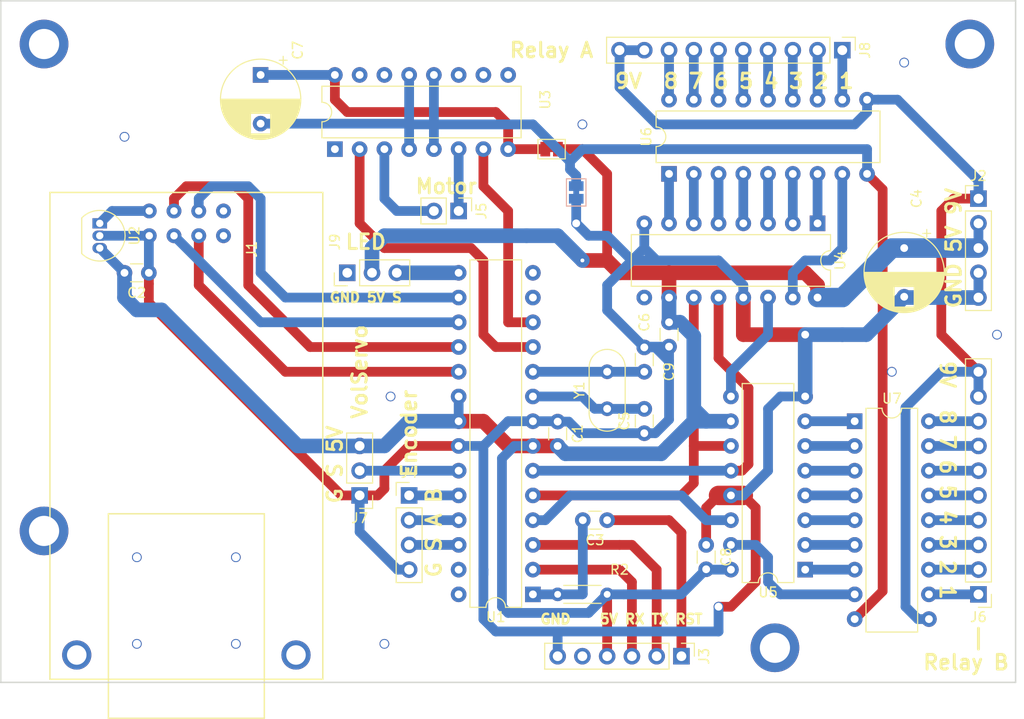
<source format=kicad_pcb>
(kicad_pcb (version 20171130) (host pcbnew 5.0.2-bee76a0~70~ubuntu16.04.1)

  (general
    (thickness 1.6)
    (drawings 18)
    (tracks 323)
    (zones 0)
    (modules 29)
    (nets 62)
  )

  (page A4)
  (layers
    (0 F.Cu signal)
    (31 B.Cu signal)
    (32 B.Adhes user)
    (33 F.Adhes user)
    (34 B.Paste user)
    (35 F.Paste user)
    (36 B.SilkS user)
    (37 F.SilkS user)
    (38 B.Mask user)
    (39 F.Mask user)
    (40 Dwgs.User user)
    (41 Cmts.User user)
    (42 Eco1.User user)
    (43 Eco2.User user)
    (44 Edge.Cuts user)
    (45 Margin user)
    (46 B.CrtYd user)
    (47 F.CrtYd user)
    (48 B.Fab user)
    (49 F.Fab user)
  )

  (setup
    (last_trace_width 1)
    (trace_clearance 0.3)
    (zone_clearance 1)
    (zone_45_only no)
    (trace_min 0.2)
    (segment_width 0.2)
    (edge_width 0.15)
    (via_size 0.8)
    (via_drill 0.4)
    (via_min_size 0.4)
    (via_min_drill 0.3)
    (uvia_size 0.3)
    (uvia_drill 0.1)
    (uvias_allowed no)
    (uvia_min_size 0.2)
    (uvia_min_drill 0.1)
    (pcb_text_width 0.3)
    (pcb_text_size 1.5 1.5)
    (mod_edge_width 0.15)
    (mod_text_size 1 1)
    (mod_text_width 0.15)
    (pad_size 1.524 1.524)
    (pad_drill 0.762)
    (pad_to_mask_clearance 0.051)
    (solder_mask_min_width 0.25)
    (aux_axis_origin 0 0)
    (visible_elements FFFFFF7F)
    (pcbplotparams
      (layerselection 0x010fc_ffffffff)
      (usegerberextensions false)
      (usegerberattributes false)
      (usegerberadvancedattributes false)
      (creategerberjobfile false)
      (excludeedgelayer true)
      (linewidth 0.100000)
      (plotframeref false)
      (viasonmask false)
      (mode 1)
      (useauxorigin false)
      (hpglpennumber 1)
      (hpglpenspeed 20)
      (hpglpendiameter 15.000000)
      (psnegative false)
      (psa4output false)
      (plotreference true)
      (plotvalue true)
      (plotinvisibletext false)
      (padsonsilk false)
      (subtractmaskfromsilk false)
      (outputformat 1)
      (mirror false)
      (drillshape 1)
      (scaleselection 1)
      (outputdirectory ""))
  )

  (net 0 "")
  (net 1 GNDD)
  (net 2 +5V)
  (net 3 RESET)
  (net 4 "Net-(C3-Pad2)")
  (net 5 "Net-(C5-Pad2)")
  (net 6 "Net-(C6-Pad2)")
  (net 7 VCC)
  (net 8 MOSI)
  (net 9 SCK)
  (net 10 SS)
  (net 11 MISO)
  (net 12 /3v3)
  (net 13 TX)
  (net 14 RX)
  (net 15 ENCODER_B)
  (net 16 ENCODER_A)
  (net 17 ENCODER_BUTTON)
  (net 18 "Net-(J5-Pad2)")
  (net 19 "Net-(J5-Pad1)")
  (net 20 +9V)
  (net 21 SERVO_SLIDER)
  (net 22 "Net-(J8-Pad1)")
  (net 23 "Net-(J8-Pad2)")
  (net 24 "Net-(J8-Pad3)")
  (net 25 "Net-(J8-Pad4)")
  (net 26 "Net-(J8-Pad5)")
  (net 27 "Net-(J8-Pad6)")
  (net 28 "Net-(J8-Pad7)")
  (net 29 "Net-(J8-Pad8)")
  (net 30 SRDATA)
  (net 31 SRCLOCK)
  (net 32 SRLATCH)
  (net 33 MOTOR_1)
  (net 34 MOTOR_2)
  (net 35 "Net-(U4-Pad1)")
  (net 36 "Net-(U4-Pad2)")
  (net 37 "Net-(U4-Pad3)")
  (net 38 "Net-(U4-Pad4)")
  (net 39 "Net-(U4-Pad5)")
  (net 40 "Net-(U4-Pad6)")
  (net 41 "Net-(U4-Pad7)")
  (net 42 "Net-(U4-Pad15)")
  (net 43 "Net-(U5-Pad15)")
  (net 44 "Net-(U5-Pad7)")
  (net 45 "Net-(U5-Pad6)")
  (net 46 "Net-(U5-Pad5)")
  (net 47 "Net-(U5-Pad4)")
  (net 48 "Net-(U5-Pad3)")
  (net 49 "Net-(U5-Pad2)")
  (net 50 "Net-(U5-Pad1)")
  (net 51 "Net-(J6-Pad8)")
  (net 52 "Net-(J6-Pad7)")
  (net 53 "Net-(J6-Pad6)")
  (net 54 "Net-(J6-Pad5)")
  (net 55 "Net-(J6-Pad4)")
  (net 56 "Net-(J6-Pad3)")
  (net 57 "Net-(J6-Pad2)")
  (net 58 "Net-(J6-Pad1)")
  (net 59 GNDPWR)
  (net 60 "Net-(U4-Pad14)")
  (net 61 "Net-(J9-Pad3)")

  (net_class Default "This is the default net class."
    (clearance 0.3)
    (trace_width 1)
    (via_dia 0.8)
    (via_drill 0.4)
    (uvia_dia 0.3)
    (uvia_drill 0.1)
    (add_net +5V)
    (add_net +9V)
    (add_net /3v3)
    (add_net ENCODER_A)
    (add_net ENCODER_B)
    (add_net ENCODER_BUTTON)
    (add_net GNDD)
    (add_net GNDPWR)
    (add_net MISO)
    (add_net MOSI)
    (add_net MOTOR_1)
    (add_net MOTOR_2)
    (add_net "Net-(C3-Pad2)")
    (add_net "Net-(C5-Pad2)")
    (add_net "Net-(C6-Pad2)")
    (add_net "Net-(J5-Pad1)")
    (add_net "Net-(J5-Pad2)")
    (add_net "Net-(J6-Pad1)")
    (add_net "Net-(J6-Pad2)")
    (add_net "Net-(J6-Pad3)")
    (add_net "Net-(J6-Pad4)")
    (add_net "Net-(J6-Pad5)")
    (add_net "Net-(J6-Pad6)")
    (add_net "Net-(J6-Pad7)")
    (add_net "Net-(J6-Pad8)")
    (add_net "Net-(J8-Pad1)")
    (add_net "Net-(J8-Pad2)")
    (add_net "Net-(J8-Pad3)")
    (add_net "Net-(J8-Pad4)")
    (add_net "Net-(J8-Pad5)")
    (add_net "Net-(J8-Pad6)")
    (add_net "Net-(J8-Pad7)")
    (add_net "Net-(J8-Pad8)")
    (add_net "Net-(J9-Pad3)")
    (add_net "Net-(U4-Pad1)")
    (add_net "Net-(U4-Pad14)")
    (add_net "Net-(U4-Pad15)")
    (add_net "Net-(U4-Pad2)")
    (add_net "Net-(U4-Pad3)")
    (add_net "Net-(U4-Pad4)")
    (add_net "Net-(U4-Pad5)")
    (add_net "Net-(U4-Pad6)")
    (add_net "Net-(U4-Pad7)")
    (add_net "Net-(U5-Pad1)")
    (add_net "Net-(U5-Pad15)")
    (add_net "Net-(U5-Pad2)")
    (add_net "Net-(U5-Pad3)")
    (add_net "Net-(U5-Pad4)")
    (add_net "Net-(U5-Pad5)")
    (add_net "Net-(U5-Pad6)")
    (add_net "Net-(U5-Pad7)")
    (add_net RESET)
    (add_net RX)
    (add_net SCK)
    (add_net SERVO_SLIDER)
    (add_net SRCLOCK)
    (add_net SRDATA)
    (add_net SRLATCH)
    (add_net SS)
    (add_net TX)
    (add_net VCC)
  )

  (module Capacitor_THT:C_Disc_D3.0mm_W1.6mm_P2.50mm (layer F.Cu) (tedit 5AE50EF0) (tstamp 5CD1AC21)
    (at 69.85 55.92 270)
    (descr "C, Disc series, Radial, pin pitch=2.50mm, , diameter*width=3.0*1.6mm^2, Capacitor, http://www.vishay.com/docs/45233/krseries.pdf")
    (tags "C Disc series Radial pin pitch 2.50mm  diameter 3.0mm width 1.6mm Capacitor")
    (path /5CD25D56)
    (fp_text reference C1 (at 1.25 -2.05 270) (layer F.SilkS)
      (effects (font (size 1 1) (thickness 0.15)))
    )
    (fp_text value 100nF (at 1.25 2.05 270) (layer F.Fab)
      (effects (font (size 1 1) (thickness 0.15)))
    )
    (fp_line (start -0.25 -0.8) (end -0.25 0.8) (layer F.Fab) (width 0.1))
    (fp_line (start -0.25 0.8) (end 2.75 0.8) (layer F.Fab) (width 0.1))
    (fp_line (start 2.75 0.8) (end 2.75 -0.8) (layer F.Fab) (width 0.1))
    (fp_line (start 2.75 -0.8) (end -0.25 -0.8) (layer F.Fab) (width 0.1))
    (fp_line (start 0.621 -0.92) (end 1.879 -0.92) (layer F.SilkS) (width 0.12))
    (fp_line (start 0.621 0.92) (end 1.879 0.92) (layer F.SilkS) (width 0.12))
    (fp_line (start -1.05 -1.05) (end -1.05 1.05) (layer F.CrtYd) (width 0.05))
    (fp_line (start -1.05 1.05) (end 3.55 1.05) (layer F.CrtYd) (width 0.05))
    (fp_line (start 3.55 1.05) (end 3.55 -1.05) (layer F.CrtYd) (width 0.05))
    (fp_line (start 3.55 -1.05) (end -1.05 -1.05) (layer F.CrtYd) (width 0.05))
    (fp_text user %R (at 1.25 0 270) (layer F.Fab)
      (effects (font (size 0.6 0.6) (thickness 0.09)))
    )
    (pad 1 thru_hole circle (at 0 0 270) (size 1.6 1.6) (drill 0.8) (layers *.Cu *.Mask)
      (net 1 GNDD))
    (pad 2 thru_hole circle (at 2.5 0 270) (size 1.6 1.6) (drill 0.8) (layers *.Cu *.Mask)
      (net 2 +5V))
    (model ${KISYS3DMOD}/Capacitor_THT.3dshapes/C_Disc_D3.0mm_W1.6mm_P2.50mm.wrl
      (at (xyz 0 0 0))
      (scale (xyz 1 1 1))
      (rotate (xyz 0 0 0))
    )
  )

  (module Capacitor_THT:C_Disc_D3.0mm_W1.6mm_P2.50mm (layer F.Cu) (tedit 5AE50EF0) (tstamp 5CE3F180)
    (at 27.9 40.64 180)
    (descr "C, Disc series, Radial, pin pitch=2.50mm, , diameter*width=3.0*1.6mm^2, Capacitor, http://www.vishay.com/docs/45233/krseries.pdf")
    (tags "C Disc series Radial pin pitch 2.50mm  diameter 3.0mm width 1.6mm Capacitor")
    (path /5CD91735)
    (fp_text reference C2 (at 1.25 -2.05 180) (layer F.SilkS)
      (effects (font (size 1 1) (thickness 0.15)))
    )
    (fp_text value 100nF (at 1.25 2.05 180) (layer F.Fab)
      (effects (font (size 1 1) (thickness 0.15)))
    )
    (fp_text user %R (at 1.25 0 180) (layer F.Fab)
      (effects (font (size 0.6 0.6) (thickness 0.09)))
    )
    (fp_line (start 3.55 -1.05) (end -1.05 -1.05) (layer F.CrtYd) (width 0.05))
    (fp_line (start 3.55 1.05) (end 3.55 -1.05) (layer F.CrtYd) (width 0.05))
    (fp_line (start -1.05 1.05) (end 3.55 1.05) (layer F.CrtYd) (width 0.05))
    (fp_line (start -1.05 -1.05) (end -1.05 1.05) (layer F.CrtYd) (width 0.05))
    (fp_line (start 0.621 0.92) (end 1.879 0.92) (layer F.SilkS) (width 0.12))
    (fp_line (start 0.621 -0.92) (end 1.879 -0.92) (layer F.SilkS) (width 0.12))
    (fp_line (start 2.75 -0.8) (end -0.25 -0.8) (layer F.Fab) (width 0.1))
    (fp_line (start 2.75 0.8) (end 2.75 -0.8) (layer F.Fab) (width 0.1))
    (fp_line (start -0.25 0.8) (end 2.75 0.8) (layer F.Fab) (width 0.1))
    (fp_line (start -0.25 -0.8) (end -0.25 0.8) (layer F.Fab) (width 0.1))
    (pad 2 thru_hole circle (at 2.5 0 180) (size 1.6 1.6) (drill 0.8) (layers *.Cu *.Mask)
      (net 2 +5V))
    (pad 1 thru_hole circle (at 0 0 180) (size 1.6 1.6) (drill 0.8) (layers *.Cu *.Mask)
      (net 1 GNDD))
    (model ${KISYS3DMOD}/Capacitor_THT.3dshapes/C_Disc_D3.0mm_W1.6mm_P2.50mm.wrl
      (at (xyz 0 0 0))
      (scale (xyz 1 1 1))
      (rotate (xyz 0 0 0))
    )
  )

  (module Capacitor_THT:C_Disc_D3.0mm_W1.6mm_P2.50mm (layer F.Cu) (tedit 5AE50EF0) (tstamp 5CD1DAF4)
    (at 74.93 66.04 180)
    (descr "C, Disc series, Radial, pin pitch=2.50mm, , diameter*width=3.0*1.6mm^2, Capacitor, http://www.vishay.com/docs/45233/krseries.pdf")
    (tags "C Disc series Radial pin pitch 2.50mm  diameter 3.0mm width 1.6mm Capacitor")
    (path /5CD3F935)
    (fp_text reference C3 (at 1.25 -2.05 180) (layer F.SilkS)
      (effects (font (size 1 1) (thickness 0.15)))
    )
    (fp_text value 100nF (at 1.25 2.05 180) (layer F.Fab)
      (effects (font (size 1 1) (thickness 0.15)))
    )
    (fp_line (start -0.25 -0.8) (end -0.25 0.8) (layer F.Fab) (width 0.1))
    (fp_line (start -0.25 0.8) (end 2.75 0.8) (layer F.Fab) (width 0.1))
    (fp_line (start 2.75 0.8) (end 2.75 -0.8) (layer F.Fab) (width 0.1))
    (fp_line (start 2.75 -0.8) (end -0.25 -0.8) (layer F.Fab) (width 0.1))
    (fp_line (start 0.621 -0.92) (end 1.879 -0.92) (layer F.SilkS) (width 0.12))
    (fp_line (start 0.621 0.92) (end 1.879 0.92) (layer F.SilkS) (width 0.12))
    (fp_line (start -1.05 -1.05) (end -1.05 1.05) (layer F.CrtYd) (width 0.05))
    (fp_line (start -1.05 1.05) (end 3.55 1.05) (layer F.CrtYd) (width 0.05))
    (fp_line (start 3.55 1.05) (end 3.55 -1.05) (layer F.CrtYd) (width 0.05))
    (fp_line (start 3.55 -1.05) (end -1.05 -1.05) (layer F.CrtYd) (width 0.05))
    (fp_text user %R (at 1.25 0 180) (layer F.Fab)
      (effects (font (size 0.6 0.6) (thickness 0.09)))
    )
    (pad 1 thru_hole circle (at 0 0 180) (size 1.6 1.6) (drill 0.8) (layers *.Cu *.Mask)
      (net 3 RESET))
    (pad 2 thru_hole circle (at 2.5 0 180) (size 1.6 1.6) (drill 0.8) (layers *.Cu *.Mask)
      (net 4 "Net-(C3-Pad2)"))
    (model ${KISYS3DMOD}/Capacitor_THT.3dshapes/C_Disc_D3.0mm_W1.6mm_P2.50mm.wrl
      (at (xyz 0 0 0))
      (scale (xyz 1 1 1))
      (rotate (xyz 0 0 0))
    )
  )

  (module Capacitor_THT:CP_Radial_D8.0mm_P5.00mm (layer F.Cu) (tedit 5AE50EF0) (tstamp 5CE40C28)
    (at 105.41 38.1 270)
    (descr "CP, Radial series, Radial, pin pitch=5.00mm, , diameter=8mm, Electrolytic Capacitor")
    (tags "CP Radial series Radial pin pitch 5.00mm  diameter 8mm Electrolytic Capacitor")
    (path /5CD3C177)
    (fp_text reference C4 (at -5.08 -1.27 270) (layer F.SilkS)
      (effects (font (size 1 1) (thickness 0.15)))
    )
    (fp_text value 100uF (at 2.5 5.25 270) (layer F.Fab)
      (effects (font (size 1 1) (thickness 0.15)))
    )
    (fp_circle (center 2.5 0) (end 6.5 0) (layer F.Fab) (width 0.1))
    (fp_circle (center 2.5 0) (end 6.62 0) (layer F.SilkS) (width 0.12))
    (fp_circle (center 2.5 0) (end 6.75 0) (layer F.CrtYd) (width 0.05))
    (fp_line (start -0.926759 -1.7475) (end -0.126759 -1.7475) (layer F.Fab) (width 0.1))
    (fp_line (start -0.526759 -2.1475) (end -0.526759 -1.3475) (layer F.Fab) (width 0.1))
    (fp_line (start 2.5 -4.08) (end 2.5 4.08) (layer F.SilkS) (width 0.12))
    (fp_line (start 2.54 -4.08) (end 2.54 4.08) (layer F.SilkS) (width 0.12))
    (fp_line (start 2.58 -4.08) (end 2.58 4.08) (layer F.SilkS) (width 0.12))
    (fp_line (start 2.62 -4.079) (end 2.62 4.079) (layer F.SilkS) (width 0.12))
    (fp_line (start 2.66 -4.077) (end 2.66 4.077) (layer F.SilkS) (width 0.12))
    (fp_line (start 2.7 -4.076) (end 2.7 4.076) (layer F.SilkS) (width 0.12))
    (fp_line (start 2.74 -4.074) (end 2.74 4.074) (layer F.SilkS) (width 0.12))
    (fp_line (start 2.78 -4.071) (end 2.78 4.071) (layer F.SilkS) (width 0.12))
    (fp_line (start 2.82 -4.068) (end 2.82 4.068) (layer F.SilkS) (width 0.12))
    (fp_line (start 2.86 -4.065) (end 2.86 4.065) (layer F.SilkS) (width 0.12))
    (fp_line (start 2.9 -4.061) (end 2.9 4.061) (layer F.SilkS) (width 0.12))
    (fp_line (start 2.94 -4.057) (end 2.94 4.057) (layer F.SilkS) (width 0.12))
    (fp_line (start 2.98 -4.052) (end 2.98 4.052) (layer F.SilkS) (width 0.12))
    (fp_line (start 3.02 -4.048) (end 3.02 4.048) (layer F.SilkS) (width 0.12))
    (fp_line (start 3.06 -4.042) (end 3.06 4.042) (layer F.SilkS) (width 0.12))
    (fp_line (start 3.1 -4.037) (end 3.1 4.037) (layer F.SilkS) (width 0.12))
    (fp_line (start 3.14 -4.03) (end 3.14 4.03) (layer F.SilkS) (width 0.12))
    (fp_line (start 3.18 -4.024) (end 3.18 4.024) (layer F.SilkS) (width 0.12))
    (fp_line (start 3.221 -4.017) (end 3.221 4.017) (layer F.SilkS) (width 0.12))
    (fp_line (start 3.261 -4.01) (end 3.261 4.01) (layer F.SilkS) (width 0.12))
    (fp_line (start 3.301 -4.002) (end 3.301 4.002) (layer F.SilkS) (width 0.12))
    (fp_line (start 3.341 -3.994) (end 3.341 3.994) (layer F.SilkS) (width 0.12))
    (fp_line (start 3.381 -3.985) (end 3.381 3.985) (layer F.SilkS) (width 0.12))
    (fp_line (start 3.421 -3.976) (end 3.421 3.976) (layer F.SilkS) (width 0.12))
    (fp_line (start 3.461 -3.967) (end 3.461 3.967) (layer F.SilkS) (width 0.12))
    (fp_line (start 3.501 -3.957) (end 3.501 3.957) (layer F.SilkS) (width 0.12))
    (fp_line (start 3.541 -3.947) (end 3.541 3.947) (layer F.SilkS) (width 0.12))
    (fp_line (start 3.581 -3.936) (end 3.581 3.936) (layer F.SilkS) (width 0.12))
    (fp_line (start 3.621 -3.925) (end 3.621 3.925) (layer F.SilkS) (width 0.12))
    (fp_line (start 3.661 -3.914) (end 3.661 3.914) (layer F.SilkS) (width 0.12))
    (fp_line (start 3.701 -3.902) (end 3.701 3.902) (layer F.SilkS) (width 0.12))
    (fp_line (start 3.741 -3.889) (end 3.741 3.889) (layer F.SilkS) (width 0.12))
    (fp_line (start 3.781 -3.877) (end 3.781 3.877) (layer F.SilkS) (width 0.12))
    (fp_line (start 3.821 -3.863) (end 3.821 3.863) (layer F.SilkS) (width 0.12))
    (fp_line (start 3.861 -3.85) (end 3.861 3.85) (layer F.SilkS) (width 0.12))
    (fp_line (start 3.901 -3.835) (end 3.901 3.835) (layer F.SilkS) (width 0.12))
    (fp_line (start 3.941 -3.821) (end 3.941 3.821) (layer F.SilkS) (width 0.12))
    (fp_line (start 3.981 -3.805) (end 3.981 -1.04) (layer F.SilkS) (width 0.12))
    (fp_line (start 3.981 1.04) (end 3.981 3.805) (layer F.SilkS) (width 0.12))
    (fp_line (start 4.021 -3.79) (end 4.021 -1.04) (layer F.SilkS) (width 0.12))
    (fp_line (start 4.021 1.04) (end 4.021 3.79) (layer F.SilkS) (width 0.12))
    (fp_line (start 4.061 -3.774) (end 4.061 -1.04) (layer F.SilkS) (width 0.12))
    (fp_line (start 4.061 1.04) (end 4.061 3.774) (layer F.SilkS) (width 0.12))
    (fp_line (start 4.101 -3.757) (end 4.101 -1.04) (layer F.SilkS) (width 0.12))
    (fp_line (start 4.101 1.04) (end 4.101 3.757) (layer F.SilkS) (width 0.12))
    (fp_line (start 4.141 -3.74) (end 4.141 -1.04) (layer F.SilkS) (width 0.12))
    (fp_line (start 4.141 1.04) (end 4.141 3.74) (layer F.SilkS) (width 0.12))
    (fp_line (start 4.181 -3.722) (end 4.181 -1.04) (layer F.SilkS) (width 0.12))
    (fp_line (start 4.181 1.04) (end 4.181 3.722) (layer F.SilkS) (width 0.12))
    (fp_line (start 4.221 -3.704) (end 4.221 -1.04) (layer F.SilkS) (width 0.12))
    (fp_line (start 4.221 1.04) (end 4.221 3.704) (layer F.SilkS) (width 0.12))
    (fp_line (start 4.261 -3.686) (end 4.261 -1.04) (layer F.SilkS) (width 0.12))
    (fp_line (start 4.261 1.04) (end 4.261 3.686) (layer F.SilkS) (width 0.12))
    (fp_line (start 4.301 -3.666) (end 4.301 -1.04) (layer F.SilkS) (width 0.12))
    (fp_line (start 4.301 1.04) (end 4.301 3.666) (layer F.SilkS) (width 0.12))
    (fp_line (start 4.341 -3.647) (end 4.341 -1.04) (layer F.SilkS) (width 0.12))
    (fp_line (start 4.341 1.04) (end 4.341 3.647) (layer F.SilkS) (width 0.12))
    (fp_line (start 4.381 -3.627) (end 4.381 -1.04) (layer F.SilkS) (width 0.12))
    (fp_line (start 4.381 1.04) (end 4.381 3.627) (layer F.SilkS) (width 0.12))
    (fp_line (start 4.421 -3.606) (end 4.421 -1.04) (layer F.SilkS) (width 0.12))
    (fp_line (start 4.421 1.04) (end 4.421 3.606) (layer F.SilkS) (width 0.12))
    (fp_line (start 4.461 -3.584) (end 4.461 -1.04) (layer F.SilkS) (width 0.12))
    (fp_line (start 4.461 1.04) (end 4.461 3.584) (layer F.SilkS) (width 0.12))
    (fp_line (start 4.501 -3.562) (end 4.501 -1.04) (layer F.SilkS) (width 0.12))
    (fp_line (start 4.501 1.04) (end 4.501 3.562) (layer F.SilkS) (width 0.12))
    (fp_line (start 4.541 -3.54) (end 4.541 -1.04) (layer F.SilkS) (width 0.12))
    (fp_line (start 4.541 1.04) (end 4.541 3.54) (layer F.SilkS) (width 0.12))
    (fp_line (start 4.581 -3.517) (end 4.581 -1.04) (layer F.SilkS) (width 0.12))
    (fp_line (start 4.581 1.04) (end 4.581 3.517) (layer F.SilkS) (width 0.12))
    (fp_line (start 4.621 -3.493) (end 4.621 -1.04) (layer F.SilkS) (width 0.12))
    (fp_line (start 4.621 1.04) (end 4.621 3.493) (layer F.SilkS) (width 0.12))
    (fp_line (start 4.661 -3.469) (end 4.661 -1.04) (layer F.SilkS) (width 0.12))
    (fp_line (start 4.661 1.04) (end 4.661 3.469) (layer F.SilkS) (width 0.12))
    (fp_line (start 4.701 -3.444) (end 4.701 -1.04) (layer F.SilkS) (width 0.12))
    (fp_line (start 4.701 1.04) (end 4.701 3.444) (layer F.SilkS) (width 0.12))
    (fp_line (start 4.741 -3.418) (end 4.741 -1.04) (layer F.SilkS) (width 0.12))
    (fp_line (start 4.741 1.04) (end 4.741 3.418) (layer F.SilkS) (width 0.12))
    (fp_line (start 4.781 -3.392) (end 4.781 -1.04) (layer F.SilkS) (width 0.12))
    (fp_line (start 4.781 1.04) (end 4.781 3.392) (layer F.SilkS) (width 0.12))
    (fp_line (start 4.821 -3.365) (end 4.821 -1.04) (layer F.SilkS) (width 0.12))
    (fp_line (start 4.821 1.04) (end 4.821 3.365) (layer F.SilkS) (width 0.12))
    (fp_line (start 4.861 -3.338) (end 4.861 -1.04) (layer F.SilkS) (width 0.12))
    (fp_line (start 4.861 1.04) (end 4.861 3.338) (layer F.SilkS) (width 0.12))
    (fp_line (start 4.901 -3.309) (end 4.901 -1.04) (layer F.SilkS) (width 0.12))
    (fp_line (start 4.901 1.04) (end 4.901 3.309) (layer F.SilkS) (width 0.12))
    (fp_line (start 4.941 -3.28) (end 4.941 -1.04) (layer F.SilkS) (width 0.12))
    (fp_line (start 4.941 1.04) (end 4.941 3.28) (layer F.SilkS) (width 0.12))
    (fp_line (start 4.981 -3.25) (end 4.981 -1.04) (layer F.SilkS) (width 0.12))
    (fp_line (start 4.981 1.04) (end 4.981 3.25) (layer F.SilkS) (width 0.12))
    (fp_line (start 5.021 -3.22) (end 5.021 -1.04) (layer F.SilkS) (width 0.12))
    (fp_line (start 5.021 1.04) (end 5.021 3.22) (layer F.SilkS) (width 0.12))
    (fp_line (start 5.061 -3.189) (end 5.061 -1.04) (layer F.SilkS) (width 0.12))
    (fp_line (start 5.061 1.04) (end 5.061 3.189) (layer F.SilkS) (width 0.12))
    (fp_line (start 5.101 -3.156) (end 5.101 -1.04) (layer F.SilkS) (width 0.12))
    (fp_line (start 5.101 1.04) (end 5.101 3.156) (layer F.SilkS) (width 0.12))
    (fp_line (start 5.141 -3.124) (end 5.141 -1.04) (layer F.SilkS) (width 0.12))
    (fp_line (start 5.141 1.04) (end 5.141 3.124) (layer F.SilkS) (width 0.12))
    (fp_line (start 5.181 -3.09) (end 5.181 -1.04) (layer F.SilkS) (width 0.12))
    (fp_line (start 5.181 1.04) (end 5.181 3.09) (layer F.SilkS) (width 0.12))
    (fp_line (start 5.221 -3.055) (end 5.221 -1.04) (layer F.SilkS) (width 0.12))
    (fp_line (start 5.221 1.04) (end 5.221 3.055) (layer F.SilkS) (width 0.12))
    (fp_line (start 5.261 -3.019) (end 5.261 -1.04) (layer F.SilkS) (width 0.12))
    (fp_line (start 5.261 1.04) (end 5.261 3.019) (layer F.SilkS) (width 0.12))
    (fp_line (start 5.301 -2.983) (end 5.301 -1.04) (layer F.SilkS) (width 0.12))
    (fp_line (start 5.301 1.04) (end 5.301 2.983) (layer F.SilkS) (width 0.12))
    (fp_line (start 5.341 -2.945) (end 5.341 -1.04) (layer F.SilkS) (width 0.12))
    (fp_line (start 5.341 1.04) (end 5.341 2.945) (layer F.SilkS) (width 0.12))
    (fp_line (start 5.381 -2.907) (end 5.381 -1.04) (layer F.SilkS) (width 0.12))
    (fp_line (start 5.381 1.04) (end 5.381 2.907) (layer F.SilkS) (width 0.12))
    (fp_line (start 5.421 -2.867) (end 5.421 -1.04) (layer F.SilkS) (width 0.12))
    (fp_line (start 5.421 1.04) (end 5.421 2.867) (layer F.SilkS) (width 0.12))
    (fp_line (start 5.461 -2.826) (end 5.461 -1.04) (layer F.SilkS) (width 0.12))
    (fp_line (start 5.461 1.04) (end 5.461 2.826) (layer F.SilkS) (width 0.12))
    (fp_line (start 5.501 -2.784) (end 5.501 -1.04) (layer F.SilkS) (width 0.12))
    (fp_line (start 5.501 1.04) (end 5.501 2.784) (layer F.SilkS) (width 0.12))
    (fp_line (start 5.541 -2.741) (end 5.541 -1.04) (layer F.SilkS) (width 0.12))
    (fp_line (start 5.541 1.04) (end 5.541 2.741) (layer F.SilkS) (width 0.12))
    (fp_line (start 5.581 -2.697) (end 5.581 -1.04) (layer F.SilkS) (width 0.12))
    (fp_line (start 5.581 1.04) (end 5.581 2.697) (layer F.SilkS) (width 0.12))
    (fp_line (start 5.621 -2.651) (end 5.621 -1.04) (layer F.SilkS) (width 0.12))
    (fp_line (start 5.621 1.04) (end 5.621 2.651) (layer F.SilkS) (width 0.12))
    (fp_line (start 5.661 -2.604) (end 5.661 -1.04) (layer F.SilkS) (width 0.12))
    (fp_line (start 5.661 1.04) (end 5.661 2.604) (layer F.SilkS) (width 0.12))
    (fp_line (start 5.701 -2.556) (end 5.701 -1.04) (layer F.SilkS) (width 0.12))
    (fp_line (start 5.701 1.04) (end 5.701 2.556) (layer F.SilkS) (width 0.12))
    (fp_line (start 5.741 -2.505) (end 5.741 -1.04) (layer F.SilkS) (width 0.12))
    (fp_line (start 5.741 1.04) (end 5.741 2.505) (layer F.SilkS) (width 0.12))
    (fp_line (start 5.781 -2.454) (end 5.781 -1.04) (layer F.SilkS) (width 0.12))
    (fp_line (start 5.781 1.04) (end 5.781 2.454) (layer F.SilkS) (width 0.12))
    (fp_line (start 5.821 -2.4) (end 5.821 -1.04) (layer F.SilkS) (width 0.12))
    (fp_line (start 5.821 1.04) (end 5.821 2.4) (layer F.SilkS) (width 0.12))
    (fp_line (start 5.861 -2.345) (end 5.861 -1.04) (layer F.SilkS) (width 0.12))
    (fp_line (start 5.861 1.04) (end 5.861 2.345) (layer F.SilkS) (width 0.12))
    (fp_line (start 5.901 -2.287) (end 5.901 -1.04) (layer F.SilkS) (width 0.12))
    (fp_line (start 5.901 1.04) (end 5.901 2.287) (layer F.SilkS) (width 0.12))
    (fp_line (start 5.941 -2.228) (end 5.941 -1.04) (layer F.SilkS) (width 0.12))
    (fp_line (start 5.941 1.04) (end 5.941 2.228) (layer F.SilkS) (width 0.12))
    (fp_line (start 5.981 -2.166) (end 5.981 -1.04) (layer F.SilkS) (width 0.12))
    (fp_line (start 5.981 1.04) (end 5.981 2.166) (layer F.SilkS) (width 0.12))
    (fp_line (start 6.021 -2.102) (end 6.021 -1.04) (layer F.SilkS) (width 0.12))
    (fp_line (start 6.021 1.04) (end 6.021 2.102) (layer F.SilkS) (width 0.12))
    (fp_line (start 6.061 -2.034) (end 6.061 2.034) (layer F.SilkS) (width 0.12))
    (fp_line (start 6.101 -1.964) (end 6.101 1.964) (layer F.SilkS) (width 0.12))
    (fp_line (start 6.141 -1.89) (end 6.141 1.89) (layer F.SilkS) (width 0.12))
    (fp_line (start 6.181 -1.813) (end 6.181 1.813) (layer F.SilkS) (width 0.12))
    (fp_line (start 6.221 -1.731) (end 6.221 1.731) (layer F.SilkS) (width 0.12))
    (fp_line (start 6.261 -1.645) (end 6.261 1.645) (layer F.SilkS) (width 0.12))
    (fp_line (start 6.301 -1.552) (end 6.301 1.552) (layer F.SilkS) (width 0.12))
    (fp_line (start 6.341 -1.453) (end 6.341 1.453) (layer F.SilkS) (width 0.12))
    (fp_line (start 6.381 -1.346) (end 6.381 1.346) (layer F.SilkS) (width 0.12))
    (fp_line (start 6.421 -1.229) (end 6.421 1.229) (layer F.SilkS) (width 0.12))
    (fp_line (start 6.461 -1.098) (end 6.461 1.098) (layer F.SilkS) (width 0.12))
    (fp_line (start 6.501 -0.948) (end 6.501 0.948) (layer F.SilkS) (width 0.12))
    (fp_line (start 6.541 -0.768) (end 6.541 0.768) (layer F.SilkS) (width 0.12))
    (fp_line (start 6.581 -0.533) (end 6.581 0.533) (layer F.SilkS) (width 0.12))
    (fp_line (start -1.909698 -2.315) (end -1.109698 -2.315) (layer F.SilkS) (width 0.12))
    (fp_line (start -1.509698 -2.715) (end -1.509698 -1.915) (layer F.SilkS) (width 0.12))
    (fp_text user %R (at 2.5 0 270) (layer F.Fab)
      (effects (font (size 1 1) (thickness 0.15)))
    )
    (pad 1 thru_hole rect (at 0 0 270) (size 1.6 1.6) (drill 0.8) (layers *.Cu *.Mask)
      (net 2 +5V))
    (pad 2 thru_hole circle (at 5 0 270) (size 1.6 1.6) (drill 0.8) (layers *.Cu *.Mask)
      (net 1 GNDD))
    (model ${KISYS3DMOD}/Capacitor_THT.3dshapes/CP_Radial_D8.0mm_P5.00mm.wrl
      (at (xyz 0 0 0))
      (scale (xyz 1 1 1))
      (rotate (xyz 0 0 0))
    )
  )

  (module Capacitor_THT:C_Disc_D3.0mm_W1.6mm_P2.50mm (layer F.Cu) (tedit 5AE50EF0) (tstamp 5CD1DE2A)
    (at 78.74 57.11 90)
    (descr "C, Disc series, Radial, pin pitch=2.50mm, , diameter*width=3.0*1.6mm^2, Capacitor, http://www.vishay.com/docs/45233/krseries.pdf")
    (tags "C Disc series Radial pin pitch 2.50mm  diameter 3.0mm width 1.6mm Capacitor")
    (path /5CD16AB1)
    (fp_text reference C5 (at 1.25 -2.05 90) (layer F.SilkS)
      (effects (font (size 1 1) (thickness 0.15)))
    )
    (fp_text value 22p (at 1.25 2.05 90) (layer F.Fab)
      (effects (font (size 1 1) (thickness 0.15)))
    )
    (fp_line (start -0.25 -0.8) (end -0.25 0.8) (layer F.Fab) (width 0.1))
    (fp_line (start -0.25 0.8) (end 2.75 0.8) (layer F.Fab) (width 0.1))
    (fp_line (start 2.75 0.8) (end 2.75 -0.8) (layer F.Fab) (width 0.1))
    (fp_line (start 2.75 -0.8) (end -0.25 -0.8) (layer F.Fab) (width 0.1))
    (fp_line (start 0.621 -0.92) (end 1.879 -0.92) (layer F.SilkS) (width 0.12))
    (fp_line (start 0.621 0.92) (end 1.879 0.92) (layer F.SilkS) (width 0.12))
    (fp_line (start -1.05 -1.05) (end -1.05 1.05) (layer F.CrtYd) (width 0.05))
    (fp_line (start -1.05 1.05) (end 3.55 1.05) (layer F.CrtYd) (width 0.05))
    (fp_line (start 3.55 1.05) (end 3.55 -1.05) (layer F.CrtYd) (width 0.05))
    (fp_line (start 3.55 -1.05) (end -1.05 -1.05) (layer F.CrtYd) (width 0.05))
    (fp_text user %R (at 1.25 0 90) (layer F.Fab)
      (effects (font (size 0.6 0.6) (thickness 0.09)))
    )
    (pad 1 thru_hole circle (at 0 0 90) (size 1.6 1.6) (drill 0.8) (layers *.Cu *.Mask)
      (net 1 GNDD))
    (pad 2 thru_hole circle (at 2.5 0 90) (size 1.6 1.6) (drill 0.8) (layers *.Cu *.Mask)
      (net 5 "Net-(C5-Pad2)"))
    (model ${KISYS3DMOD}/Capacitor_THT.3dshapes/C_Disc_D3.0mm_W1.6mm_P2.50mm.wrl
      (at (xyz 0 0 0))
      (scale (xyz 1 1 1))
      (rotate (xyz 0 0 0))
    )
  )

  (module Capacitor_THT:C_Disc_D3.0mm_W1.6mm_P2.50mm (layer F.Cu) (tedit 5AE50EF0) (tstamp 5CD1AD0E)
    (at 78.74 48.3 270)
    (descr "C, Disc series, Radial, pin pitch=2.50mm, , diameter*width=3.0*1.6mm^2, Capacitor, http://www.vishay.com/docs/45233/krseries.pdf")
    (tags "C Disc series Radial pin pitch 2.50mm  diameter 3.0mm width 1.6mm Capacitor")
    (path /5CD16B2E)
    (fp_text reference C6 (at -2.58 0 270) (layer F.SilkS)
      (effects (font (size 1 1) (thickness 0.15)))
    )
    (fp_text value 22p (at 1.25 2.05 270) (layer F.Fab)
      (effects (font (size 1 1) (thickness 0.15)))
    )
    (fp_text user %R (at 1.25 0 270) (layer F.Fab)
      (effects (font (size 0.6 0.6) (thickness 0.09)))
    )
    (fp_line (start 3.55 -1.05) (end -1.05 -1.05) (layer F.CrtYd) (width 0.05))
    (fp_line (start 3.55 1.05) (end 3.55 -1.05) (layer F.CrtYd) (width 0.05))
    (fp_line (start -1.05 1.05) (end 3.55 1.05) (layer F.CrtYd) (width 0.05))
    (fp_line (start -1.05 -1.05) (end -1.05 1.05) (layer F.CrtYd) (width 0.05))
    (fp_line (start 0.621 0.92) (end 1.879 0.92) (layer F.SilkS) (width 0.12))
    (fp_line (start 0.621 -0.92) (end 1.879 -0.92) (layer F.SilkS) (width 0.12))
    (fp_line (start 2.75 -0.8) (end -0.25 -0.8) (layer F.Fab) (width 0.1))
    (fp_line (start 2.75 0.8) (end 2.75 -0.8) (layer F.Fab) (width 0.1))
    (fp_line (start -0.25 0.8) (end 2.75 0.8) (layer F.Fab) (width 0.1))
    (fp_line (start -0.25 -0.8) (end -0.25 0.8) (layer F.Fab) (width 0.1))
    (pad 2 thru_hole circle (at 2.5 0 270) (size 1.6 1.6) (drill 0.8) (layers *.Cu *.Mask)
      (net 6 "Net-(C6-Pad2)"))
    (pad 1 thru_hole circle (at 0 0 270) (size 1.6 1.6) (drill 0.8) (layers *.Cu *.Mask)
      (net 1 GNDD))
    (model ${KISYS3DMOD}/Capacitor_THT.3dshapes/C_Disc_D3.0mm_W1.6mm_P2.50mm.wrl
      (at (xyz 0 0 0))
      (scale (xyz 1 1 1))
      (rotate (xyz 0 0 0))
    )
  )

  (module Capacitor_THT:CP_Radial_D8.0mm_P5.00mm (layer F.Cu) (tedit 5AE50EF0) (tstamp 5CD1A962)
    (at 39.37 20.32 270)
    (descr "CP, Radial series, Radial, pin pitch=5.00mm, , diameter=8mm, Electrolytic Capacitor")
    (tags "CP Radial series Radial pin pitch 5.00mm  diameter 8mm Electrolytic Capacitor")
    (path /5CDA1999)
    (fp_text reference C7 (at -2.54 -3.81 270) (layer F.SilkS)
      (effects (font (size 1 1) (thickness 0.15)))
    )
    (fp_text value 470uF (at 2.5 5.25 270) (layer F.Fab)
      (effects (font (size 1 1) (thickness 0.15)))
    )
    (fp_text user %R (at 2.5 0 270) (layer F.Fab)
      (effects (font (size 1 1) (thickness 0.15)))
    )
    (fp_line (start -1.509698 -2.715) (end -1.509698 -1.915) (layer F.SilkS) (width 0.12))
    (fp_line (start -1.909698 -2.315) (end -1.109698 -2.315) (layer F.SilkS) (width 0.12))
    (fp_line (start 6.581 -0.533) (end 6.581 0.533) (layer F.SilkS) (width 0.12))
    (fp_line (start 6.541 -0.768) (end 6.541 0.768) (layer F.SilkS) (width 0.12))
    (fp_line (start 6.501 -0.948) (end 6.501 0.948) (layer F.SilkS) (width 0.12))
    (fp_line (start 6.461 -1.098) (end 6.461 1.098) (layer F.SilkS) (width 0.12))
    (fp_line (start 6.421 -1.229) (end 6.421 1.229) (layer F.SilkS) (width 0.12))
    (fp_line (start 6.381 -1.346) (end 6.381 1.346) (layer F.SilkS) (width 0.12))
    (fp_line (start 6.341 -1.453) (end 6.341 1.453) (layer F.SilkS) (width 0.12))
    (fp_line (start 6.301 -1.552) (end 6.301 1.552) (layer F.SilkS) (width 0.12))
    (fp_line (start 6.261 -1.645) (end 6.261 1.645) (layer F.SilkS) (width 0.12))
    (fp_line (start 6.221 -1.731) (end 6.221 1.731) (layer F.SilkS) (width 0.12))
    (fp_line (start 6.181 -1.813) (end 6.181 1.813) (layer F.SilkS) (width 0.12))
    (fp_line (start 6.141 -1.89) (end 6.141 1.89) (layer F.SilkS) (width 0.12))
    (fp_line (start 6.101 -1.964) (end 6.101 1.964) (layer F.SilkS) (width 0.12))
    (fp_line (start 6.061 -2.034) (end 6.061 2.034) (layer F.SilkS) (width 0.12))
    (fp_line (start 6.021 1.04) (end 6.021 2.102) (layer F.SilkS) (width 0.12))
    (fp_line (start 6.021 -2.102) (end 6.021 -1.04) (layer F.SilkS) (width 0.12))
    (fp_line (start 5.981 1.04) (end 5.981 2.166) (layer F.SilkS) (width 0.12))
    (fp_line (start 5.981 -2.166) (end 5.981 -1.04) (layer F.SilkS) (width 0.12))
    (fp_line (start 5.941 1.04) (end 5.941 2.228) (layer F.SilkS) (width 0.12))
    (fp_line (start 5.941 -2.228) (end 5.941 -1.04) (layer F.SilkS) (width 0.12))
    (fp_line (start 5.901 1.04) (end 5.901 2.287) (layer F.SilkS) (width 0.12))
    (fp_line (start 5.901 -2.287) (end 5.901 -1.04) (layer F.SilkS) (width 0.12))
    (fp_line (start 5.861 1.04) (end 5.861 2.345) (layer F.SilkS) (width 0.12))
    (fp_line (start 5.861 -2.345) (end 5.861 -1.04) (layer F.SilkS) (width 0.12))
    (fp_line (start 5.821 1.04) (end 5.821 2.4) (layer F.SilkS) (width 0.12))
    (fp_line (start 5.821 -2.4) (end 5.821 -1.04) (layer F.SilkS) (width 0.12))
    (fp_line (start 5.781 1.04) (end 5.781 2.454) (layer F.SilkS) (width 0.12))
    (fp_line (start 5.781 -2.454) (end 5.781 -1.04) (layer F.SilkS) (width 0.12))
    (fp_line (start 5.741 1.04) (end 5.741 2.505) (layer F.SilkS) (width 0.12))
    (fp_line (start 5.741 -2.505) (end 5.741 -1.04) (layer F.SilkS) (width 0.12))
    (fp_line (start 5.701 1.04) (end 5.701 2.556) (layer F.SilkS) (width 0.12))
    (fp_line (start 5.701 -2.556) (end 5.701 -1.04) (layer F.SilkS) (width 0.12))
    (fp_line (start 5.661 1.04) (end 5.661 2.604) (layer F.SilkS) (width 0.12))
    (fp_line (start 5.661 -2.604) (end 5.661 -1.04) (layer F.SilkS) (width 0.12))
    (fp_line (start 5.621 1.04) (end 5.621 2.651) (layer F.SilkS) (width 0.12))
    (fp_line (start 5.621 -2.651) (end 5.621 -1.04) (layer F.SilkS) (width 0.12))
    (fp_line (start 5.581 1.04) (end 5.581 2.697) (layer F.SilkS) (width 0.12))
    (fp_line (start 5.581 -2.697) (end 5.581 -1.04) (layer F.SilkS) (width 0.12))
    (fp_line (start 5.541 1.04) (end 5.541 2.741) (layer F.SilkS) (width 0.12))
    (fp_line (start 5.541 -2.741) (end 5.541 -1.04) (layer F.SilkS) (width 0.12))
    (fp_line (start 5.501 1.04) (end 5.501 2.784) (layer F.SilkS) (width 0.12))
    (fp_line (start 5.501 -2.784) (end 5.501 -1.04) (layer F.SilkS) (width 0.12))
    (fp_line (start 5.461 1.04) (end 5.461 2.826) (layer F.SilkS) (width 0.12))
    (fp_line (start 5.461 -2.826) (end 5.461 -1.04) (layer F.SilkS) (width 0.12))
    (fp_line (start 5.421 1.04) (end 5.421 2.867) (layer F.SilkS) (width 0.12))
    (fp_line (start 5.421 -2.867) (end 5.421 -1.04) (layer F.SilkS) (width 0.12))
    (fp_line (start 5.381 1.04) (end 5.381 2.907) (layer F.SilkS) (width 0.12))
    (fp_line (start 5.381 -2.907) (end 5.381 -1.04) (layer F.SilkS) (width 0.12))
    (fp_line (start 5.341 1.04) (end 5.341 2.945) (layer F.SilkS) (width 0.12))
    (fp_line (start 5.341 -2.945) (end 5.341 -1.04) (layer F.SilkS) (width 0.12))
    (fp_line (start 5.301 1.04) (end 5.301 2.983) (layer F.SilkS) (width 0.12))
    (fp_line (start 5.301 -2.983) (end 5.301 -1.04) (layer F.SilkS) (width 0.12))
    (fp_line (start 5.261 1.04) (end 5.261 3.019) (layer F.SilkS) (width 0.12))
    (fp_line (start 5.261 -3.019) (end 5.261 -1.04) (layer F.SilkS) (width 0.12))
    (fp_line (start 5.221 1.04) (end 5.221 3.055) (layer F.SilkS) (width 0.12))
    (fp_line (start 5.221 -3.055) (end 5.221 -1.04) (layer F.SilkS) (width 0.12))
    (fp_line (start 5.181 1.04) (end 5.181 3.09) (layer F.SilkS) (width 0.12))
    (fp_line (start 5.181 -3.09) (end 5.181 -1.04) (layer F.SilkS) (width 0.12))
    (fp_line (start 5.141 1.04) (end 5.141 3.124) (layer F.SilkS) (width 0.12))
    (fp_line (start 5.141 -3.124) (end 5.141 -1.04) (layer F.SilkS) (width 0.12))
    (fp_line (start 5.101 1.04) (end 5.101 3.156) (layer F.SilkS) (width 0.12))
    (fp_line (start 5.101 -3.156) (end 5.101 -1.04) (layer F.SilkS) (width 0.12))
    (fp_line (start 5.061 1.04) (end 5.061 3.189) (layer F.SilkS) (width 0.12))
    (fp_line (start 5.061 -3.189) (end 5.061 -1.04) (layer F.SilkS) (width 0.12))
    (fp_line (start 5.021 1.04) (end 5.021 3.22) (layer F.SilkS) (width 0.12))
    (fp_line (start 5.021 -3.22) (end 5.021 -1.04) (layer F.SilkS) (width 0.12))
    (fp_line (start 4.981 1.04) (end 4.981 3.25) (layer F.SilkS) (width 0.12))
    (fp_line (start 4.981 -3.25) (end 4.981 -1.04) (layer F.SilkS) (width 0.12))
    (fp_line (start 4.941 1.04) (end 4.941 3.28) (layer F.SilkS) (width 0.12))
    (fp_line (start 4.941 -3.28) (end 4.941 -1.04) (layer F.SilkS) (width 0.12))
    (fp_line (start 4.901 1.04) (end 4.901 3.309) (layer F.SilkS) (width 0.12))
    (fp_line (start 4.901 -3.309) (end 4.901 -1.04) (layer F.SilkS) (width 0.12))
    (fp_line (start 4.861 1.04) (end 4.861 3.338) (layer F.SilkS) (width 0.12))
    (fp_line (start 4.861 -3.338) (end 4.861 -1.04) (layer F.SilkS) (width 0.12))
    (fp_line (start 4.821 1.04) (end 4.821 3.365) (layer F.SilkS) (width 0.12))
    (fp_line (start 4.821 -3.365) (end 4.821 -1.04) (layer F.SilkS) (width 0.12))
    (fp_line (start 4.781 1.04) (end 4.781 3.392) (layer F.SilkS) (width 0.12))
    (fp_line (start 4.781 -3.392) (end 4.781 -1.04) (layer F.SilkS) (width 0.12))
    (fp_line (start 4.741 1.04) (end 4.741 3.418) (layer F.SilkS) (width 0.12))
    (fp_line (start 4.741 -3.418) (end 4.741 -1.04) (layer F.SilkS) (width 0.12))
    (fp_line (start 4.701 1.04) (end 4.701 3.444) (layer F.SilkS) (width 0.12))
    (fp_line (start 4.701 -3.444) (end 4.701 -1.04) (layer F.SilkS) (width 0.12))
    (fp_line (start 4.661 1.04) (end 4.661 3.469) (layer F.SilkS) (width 0.12))
    (fp_line (start 4.661 -3.469) (end 4.661 -1.04) (layer F.SilkS) (width 0.12))
    (fp_line (start 4.621 1.04) (end 4.621 3.493) (layer F.SilkS) (width 0.12))
    (fp_line (start 4.621 -3.493) (end 4.621 -1.04) (layer F.SilkS) (width 0.12))
    (fp_line (start 4.581 1.04) (end 4.581 3.517) (layer F.SilkS) (width 0.12))
    (fp_line (start 4.581 -3.517) (end 4.581 -1.04) (layer F.SilkS) (width 0.12))
    (fp_line (start 4.541 1.04) (end 4.541 3.54) (layer F.SilkS) (width 0.12))
    (fp_line (start 4.541 -3.54) (end 4.541 -1.04) (layer F.SilkS) (width 0.12))
    (fp_line (start 4.501 1.04) (end 4.501 3.562) (layer F.SilkS) (width 0.12))
    (fp_line (start 4.501 -3.562) (end 4.501 -1.04) (layer F.SilkS) (width 0.12))
    (fp_line (start 4.461 1.04) (end 4.461 3.584) (layer F.SilkS) (width 0.12))
    (fp_line (start 4.461 -3.584) (end 4.461 -1.04) (layer F.SilkS) (width 0.12))
    (fp_line (start 4.421 1.04) (end 4.421 3.606) (layer F.SilkS) (width 0.12))
    (fp_line (start 4.421 -3.606) (end 4.421 -1.04) (layer F.SilkS) (width 0.12))
    (fp_line (start 4.381 1.04) (end 4.381 3.627) (layer F.SilkS) (width 0.12))
    (fp_line (start 4.381 -3.627) (end 4.381 -1.04) (layer F.SilkS) (width 0.12))
    (fp_line (start 4.341 1.04) (end 4.341 3.647) (layer F.SilkS) (width 0.12))
    (fp_line (start 4.341 -3.647) (end 4.341 -1.04) (layer F.SilkS) (width 0.12))
    (fp_line (start 4.301 1.04) (end 4.301 3.666) (layer F.SilkS) (width 0.12))
    (fp_line (start 4.301 -3.666) (end 4.301 -1.04) (layer F.SilkS) (width 0.12))
    (fp_line (start 4.261 1.04) (end 4.261 3.686) (layer F.SilkS) (width 0.12))
    (fp_line (start 4.261 -3.686) (end 4.261 -1.04) (layer F.SilkS) (width 0.12))
    (fp_line (start 4.221 1.04) (end 4.221 3.704) (layer F.SilkS) (width 0.12))
    (fp_line (start 4.221 -3.704) (end 4.221 -1.04) (layer F.SilkS) (width 0.12))
    (fp_line (start 4.181 1.04) (end 4.181 3.722) (layer F.SilkS) (width 0.12))
    (fp_line (start 4.181 -3.722) (end 4.181 -1.04) (layer F.SilkS) (width 0.12))
    (fp_line (start 4.141 1.04) (end 4.141 3.74) (layer F.SilkS) (width 0.12))
    (fp_line (start 4.141 -3.74) (end 4.141 -1.04) (layer F.SilkS) (width 0.12))
    (fp_line (start 4.101 1.04) (end 4.101 3.757) (layer F.SilkS) (width 0.12))
    (fp_line (start 4.101 -3.757) (end 4.101 -1.04) (layer F.SilkS) (width 0.12))
    (fp_line (start 4.061 1.04) (end 4.061 3.774) (layer F.SilkS) (width 0.12))
    (fp_line (start 4.061 -3.774) (end 4.061 -1.04) (layer F.SilkS) (width 0.12))
    (fp_line (start 4.021 1.04) (end 4.021 3.79) (layer F.SilkS) (width 0.12))
    (fp_line (start 4.021 -3.79) (end 4.021 -1.04) (layer F.SilkS) (width 0.12))
    (fp_line (start 3.981 1.04) (end 3.981 3.805) (layer F.SilkS) (width 0.12))
    (fp_line (start 3.981 -3.805) (end 3.981 -1.04) (layer F.SilkS) (width 0.12))
    (fp_line (start 3.941 -3.821) (end 3.941 3.821) (layer F.SilkS) (width 0.12))
    (fp_line (start 3.901 -3.835) (end 3.901 3.835) (layer F.SilkS) (width 0.12))
    (fp_line (start 3.861 -3.85) (end 3.861 3.85) (layer F.SilkS) (width 0.12))
    (fp_line (start 3.821 -3.863) (end 3.821 3.863) (layer F.SilkS) (width 0.12))
    (fp_line (start 3.781 -3.877) (end 3.781 3.877) (layer F.SilkS) (width 0.12))
    (fp_line (start 3.741 -3.889) (end 3.741 3.889) (layer F.SilkS) (width 0.12))
    (fp_line (start 3.701 -3.902) (end 3.701 3.902) (layer F.SilkS) (width 0.12))
    (fp_line (start 3.661 -3.914) (end 3.661 3.914) (layer F.SilkS) (width 0.12))
    (fp_line (start 3.621 -3.925) (end 3.621 3.925) (layer F.SilkS) (width 0.12))
    (fp_line (start 3.581 -3.936) (end 3.581 3.936) (layer F.SilkS) (width 0.12))
    (fp_line (start 3.541 -3.947) (end 3.541 3.947) (layer F.SilkS) (width 0.12))
    (fp_line (start 3.501 -3.957) (end 3.501 3.957) (layer F.SilkS) (width 0.12))
    (fp_line (start 3.461 -3.967) (end 3.461 3.967) (layer F.SilkS) (width 0.12))
    (fp_line (start 3.421 -3.976) (end 3.421 3.976) (layer F.SilkS) (width 0.12))
    (fp_line (start 3.381 -3.985) (end 3.381 3.985) (layer F.SilkS) (width 0.12))
    (fp_line (start 3.341 -3.994) (end 3.341 3.994) (layer F.SilkS) (width 0.12))
    (fp_line (start 3.301 -4.002) (end 3.301 4.002) (layer F.SilkS) (width 0.12))
    (fp_line (start 3.261 -4.01) (end 3.261 4.01) (layer F.SilkS) (width 0.12))
    (fp_line (start 3.221 -4.017) (end 3.221 4.017) (layer F.SilkS) (width 0.12))
    (fp_line (start 3.18 -4.024) (end 3.18 4.024) (layer F.SilkS) (width 0.12))
    (fp_line (start 3.14 -4.03) (end 3.14 4.03) (layer F.SilkS) (width 0.12))
    (fp_line (start 3.1 -4.037) (end 3.1 4.037) (layer F.SilkS) (width 0.12))
    (fp_line (start 3.06 -4.042) (end 3.06 4.042) (layer F.SilkS) (width 0.12))
    (fp_line (start 3.02 -4.048) (end 3.02 4.048) (layer F.SilkS) (width 0.12))
    (fp_line (start 2.98 -4.052) (end 2.98 4.052) (layer F.SilkS) (width 0.12))
    (fp_line (start 2.94 -4.057) (end 2.94 4.057) (layer F.SilkS) (width 0.12))
    (fp_line (start 2.9 -4.061) (end 2.9 4.061) (layer F.SilkS) (width 0.12))
    (fp_line (start 2.86 -4.065) (end 2.86 4.065) (layer F.SilkS) (width 0.12))
    (fp_line (start 2.82 -4.068) (end 2.82 4.068) (layer F.SilkS) (width 0.12))
    (fp_line (start 2.78 -4.071) (end 2.78 4.071) (layer F.SilkS) (width 0.12))
    (fp_line (start 2.74 -4.074) (end 2.74 4.074) (layer F.SilkS) (width 0.12))
    (fp_line (start 2.7 -4.076) (end 2.7 4.076) (layer F.SilkS) (width 0.12))
    (fp_line (start 2.66 -4.077) (end 2.66 4.077) (layer F.SilkS) (width 0.12))
    (fp_line (start 2.62 -4.079) (end 2.62 4.079) (layer F.SilkS) (width 0.12))
    (fp_line (start 2.58 -4.08) (end 2.58 4.08) (layer F.SilkS) (width 0.12))
    (fp_line (start 2.54 -4.08) (end 2.54 4.08) (layer F.SilkS) (width 0.12))
    (fp_line (start 2.5 -4.08) (end 2.5 4.08) (layer F.SilkS) (width 0.12))
    (fp_line (start -0.526759 -2.1475) (end -0.526759 -1.3475) (layer F.Fab) (width 0.1))
    (fp_line (start -0.926759 -1.7475) (end -0.126759 -1.7475) (layer F.Fab) (width 0.1))
    (fp_circle (center 2.5 0) (end 6.75 0) (layer F.CrtYd) (width 0.05))
    (fp_circle (center 2.5 0) (end 6.62 0) (layer F.SilkS) (width 0.12))
    (fp_circle (center 2.5 0) (end 6.5 0) (layer F.Fab) (width 0.1))
    (pad 2 thru_hole circle (at 5 0 270) (size 1.6 1.6) (drill 0.8) (layers *.Cu *.Mask)
      (net 59 GNDPWR))
    (pad 1 thru_hole rect (at 0 0 270) (size 1.6 1.6) (drill 0.8) (layers *.Cu *.Mask)
      (net 7 VCC))
    (model ${KISYS3DMOD}/Capacitor_THT.3dshapes/CP_Radial_D8.0mm_P5.00mm.wrl
      (at (xyz 0 0 0))
      (scale (xyz 1 1 1))
      (rotate (xyz 0 0 0))
    )
  )

  (module Capacitor_THT:C_Disc_D3.0mm_W1.6mm_P2.50mm (layer F.Cu) (tedit 5AE50EF0) (tstamp 5CE425C1)
    (at 85.09 68.58 270)
    (descr "C, Disc series, Radial, pin pitch=2.50mm, , diameter*width=3.0*1.6mm^2, Capacitor, http://www.vishay.com/docs/45233/krseries.pdf")
    (tags "C Disc series Radial pin pitch 2.50mm  diameter 3.0mm width 1.6mm Capacitor")
    (path /5CD250AE)
    (fp_text reference C8 (at 1.25 -2.05 270) (layer F.SilkS)
      (effects (font (size 1 1) (thickness 0.15)))
    )
    (fp_text value 100nF (at 1.25 2.05 270) (layer F.Fab)
      (effects (font (size 1 1) (thickness 0.15)))
    )
    (fp_text user %R (at 1.25 0 270) (layer F.Fab)
      (effects (font (size 0.6 0.6) (thickness 0.09)))
    )
    (fp_line (start 3.55 -1.05) (end -1.05 -1.05) (layer F.CrtYd) (width 0.05))
    (fp_line (start 3.55 1.05) (end 3.55 -1.05) (layer F.CrtYd) (width 0.05))
    (fp_line (start -1.05 1.05) (end 3.55 1.05) (layer F.CrtYd) (width 0.05))
    (fp_line (start -1.05 -1.05) (end -1.05 1.05) (layer F.CrtYd) (width 0.05))
    (fp_line (start 0.621 0.92) (end 1.879 0.92) (layer F.SilkS) (width 0.12))
    (fp_line (start 0.621 -0.92) (end 1.879 -0.92) (layer F.SilkS) (width 0.12))
    (fp_line (start 2.75 -0.8) (end -0.25 -0.8) (layer F.Fab) (width 0.1))
    (fp_line (start 2.75 0.8) (end 2.75 -0.8) (layer F.Fab) (width 0.1))
    (fp_line (start -0.25 0.8) (end 2.75 0.8) (layer F.Fab) (width 0.1))
    (fp_line (start -0.25 -0.8) (end -0.25 0.8) (layer F.Fab) (width 0.1))
    (pad 2 thru_hole circle (at 2.5 0 270) (size 1.6 1.6) (drill 0.8) (layers *.Cu *.Mask)
      (net 2 +5V))
    (pad 1 thru_hole circle (at 0 0 270) (size 1.6 1.6) (drill 0.8) (layers *.Cu *.Mask)
      (net 1 GNDD))
    (model ${KISYS3DMOD}/Capacitor_THT.3dshapes/C_Disc_D3.0mm_W1.6mm_P2.50mm.wrl
      (at (xyz 0 0 0))
      (scale (xyz 1 1 1))
      (rotate (xyz 0 0 0))
    )
  )

  (module Capacitor_THT:C_Disc_D3.0mm_W1.6mm_P2.50mm (layer F.Cu) (tedit 5AE50EF0) (tstamp 5CE426C6)
    (at 81.28 48.22 90)
    (descr "C, Disc series, Radial, pin pitch=2.50mm, , diameter*width=3.0*1.6mm^2, Capacitor, http://www.vishay.com/docs/45233/krseries.pdf")
    (tags "C Disc series Radial pin pitch 2.50mm  diameter 3.0mm width 1.6mm Capacitor")
    (path /5CD239F2)
    (fp_text reference C9 (at -2.58 0 90) (layer F.SilkS)
      (effects (font (size 1 1) (thickness 0.15)))
    )
    (fp_text value 100nF (at 1.25 2.05 90) (layer F.Fab)
      (effects (font (size 1 1) (thickness 0.15)))
    )
    (fp_line (start -0.25 -0.8) (end -0.25 0.8) (layer F.Fab) (width 0.1))
    (fp_line (start -0.25 0.8) (end 2.75 0.8) (layer F.Fab) (width 0.1))
    (fp_line (start 2.75 0.8) (end 2.75 -0.8) (layer F.Fab) (width 0.1))
    (fp_line (start 2.75 -0.8) (end -0.25 -0.8) (layer F.Fab) (width 0.1))
    (fp_line (start 0.621 -0.92) (end 1.879 -0.92) (layer F.SilkS) (width 0.12))
    (fp_line (start 0.621 0.92) (end 1.879 0.92) (layer F.SilkS) (width 0.12))
    (fp_line (start -1.05 -1.05) (end -1.05 1.05) (layer F.CrtYd) (width 0.05))
    (fp_line (start -1.05 1.05) (end 3.55 1.05) (layer F.CrtYd) (width 0.05))
    (fp_line (start 3.55 1.05) (end 3.55 -1.05) (layer F.CrtYd) (width 0.05))
    (fp_line (start 3.55 -1.05) (end -1.05 -1.05) (layer F.CrtYd) (width 0.05))
    (fp_text user %R (at 1.25 0 90) (layer F.Fab)
      (effects (font (size 0.6 0.6) (thickness 0.09)))
    )
    (pad 1 thru_hole circle (at 0 0 90) (size 1.6 1.6) (drill 0.8) (layers *.Cu *.Mask)
      (net 1 GNDD))
    (pad 2 thru_hole circle (at 2.5 0 90) (size 1.6 1.6) (drill 0.8) (layers *.Cu *.Mask)
      (net 2 +5V))
    (model ${KISYS3DMOD}/Capacitor_THT.3dshapes/C_Disc_D3.0mm_W1.6mm_P2.50mm.wrl
      (at (xyz 0 0 0))
      (scale (xyz 1 1 1))
      (rotate (xyz 0 0 0))
    )
  )

  (module Connector_PinHeader_2.54mm:PinHeader_1x06_P2.54mm_Vertical (layer F.Cu) (tedit 59FED5CC) (tstamp 5CD1D96C)
    (at 82.55 80.01 270)
    (descr "Through hole straight pin header, 1x06, 2.54mm pitch, single row")
    (tags "Through hole pin header THT 1x06 2.54mm single row")
    (path /5CD43722)
    (fp_text reference J3 (at 0 -2.33 270) (layer F.SilkS)
      (effects (font (size 1 1) (thickness 0.15)))
    )
    (fp_text value Serial (at 0 15.03 270) (layer F.Fab)
      (effects (font (size 1 1) (thickness 0.15)))
    )
    (fp_line (start -0.635 -1.27) (end 1.27 -1.27) (layer F.Fab) (width 0.1))
    (fp_line (start 1.27 -1.27) (end 1.27 13.97) (layer F.Fab) (width 0.1))
    (fp_line (start 1.27 13.97) (end -1.27 13.97) (layer F.Fab) (width 0.1))
    (fp_line (start -1.27 13.97) (end -1.27 -0.635) (layer F.Fab) (width 0.1))
    (fp_line (start -1.27 -0.635) (end -0.635 -1.27) (layer F.Fab) (width 0.1))
    (fp_line (start -1.33 14.03) (end 1.33 14.03) (layer F.SilkS) (width 0.12))
    (fp_line (start -1.33 1.27) (end -1.33 14.03) (layer F.SilkS) (width 0.12))
    (fp_line (start 1.33 1.27) (end 1.33 14.03) (layer F.SilkS) (width 0.12))
    (fp_line (start -1.33 1.27) (end 1.33 1.27) (layer F.SilkS) (width 0.12))
    (fp_line (start -1.33 0) (end -1.33 -1.33) (layer F.SilkS) (width 0.12))
    (fp_line (start -1.33 -1.33) (end 0 -1.33) (layer F.SilkS) (width 0.12))
    (fp_line (start -1.8 -1.8) (end -1.8 14.5) (layer F.CrtYd) (width 0.05))
    (fp_line (start -1.8 14.5) (end 1.8 14.5) (layer F.CrtYd) (width 0.05))
    (fp_line (start 1.8 14.5) (end 1.8 -1.8) (layer F.CrtYd) (width 0.05))
    (fp_line (start 1.8 -1.8) (end -1.8 -1.8) (layer F.CrtYd) (width 0.05))
    (fp_text user %R (at 0 6.35) (layer F.Fab)
      (effects (font (size 1 1) (thickness 0.15)))
    )
    (pad 1 thru_hole rect (at 0 0 270) (size 1.7 1.7) (drill 1) (layers *.Cu *.Mask)
      (net 3 RESET))
    (pad 2 thru_hole oval (at 0 2.54 270) (size 1.7 1.7) (drill 1) (layers *.Cu *.Mask)
      (net 13 TX))
    (pad 3 thru_hole oval (at 0 5.08 270) (size 1.7 1.7) (drill 1) (layers *.Cu *.Mask)
      (net 14 RX))
    (pad 4 thru_hole oval (at 0 7.62 270) (size 1.7 1.7) (drill 1) (layers *.Cu *.Mask)
      (net 2 +5V))
    (pad 5 thru_hole oval (at 0 10.16 270) (size 1.7 1.7) (drill 1) (layers *.Cu *.Mask))
    (pad 6 thru_hole oval (at 0 12.7 270) (size 1.7 1.7) (drill 1) (layers *.Cu *.Mask)
      (net 1 GNDD))
    (model ${KISYS3DMOD}/Connector_PinHeader_2.54mm.3dshapes/PinHeader_1x06_P2.54mm_Vertical.wrl
      (at (xyz 0 0 0))
      (scale (xyz 1 1 1))
      (rotate (xyz 0 0 0))
    )
  )

  (module Connector_PinHeader_2.54mm:PinHeader_1x04_P2.54mm_Vertical (layer F.Cu) (tedit 59FED5CC) (tstamp 5CD1AE3F)
    (at 54.61 63.5)
    (descr "Through hole straight pin header, 1x04, 2.54mm pitch, single row")
    (tags "Through hole pin header THT 1x04 2.54mm single row")
    (path /5CE19110)
    (fp_text reference J4 (at 0 -2.33) (layer F.SilkS)
      (effects (font (size 1 1) (thickness 0.15)))
    )
    (fp_text value Conn_Encoder (at 0 9.95) (layer F.Fab)
      (effects (font (size 1 1) (thickness 0.15)))
    )
    (fp_line (start -0.635 -1.27) (end 1.27 -1.27) (layer F.Fab) (width 0.1))
    (fp_line (start 1.27 -1.27) (end 1.27 8.89) (layer F.Fab) (width 0.1))
    (fp_line (start 1.27 8.89) (end -1.27 8.89) (layer F.Fab) (width 0.1))
    (fp_line (start -1.27 8.89) (end -1.27 -0.635) (layer F.Fab) (width 0.1))
    (fp_line (start -1.27 -0.635) (end -0.635 -1.27) (layer F.Fab) (width 0.1))
    (fp_line (start -1.33 8.95) (end 1.33 8.95) (layer F.SilkS) (width 0.12))
    (fp_line (start -1.33 1.27) (end -1.33 8.95) (layer F.SilkS) (width 0.12))
    (fp_line (start 1.33 1.27) (end 1.33 8.95) (layer F.SilkS) (width 0.12))
    (fp_line (start -1.33 1.27) (end 1.33 1.27) (layer F.SilkS) (width 0.12))
    (fp_line (start -1.33 0) (end -1.33 -1.33) (layer F.SilkS) (width 0.12))
    (fp_line (start -1.33 -1.33) (end 0 -1.33) (layer F.SilkS) (width 0.12))
    (fp_line (start -1.8 -1.8) (end -1.8 9.4) (layer F.CrtYd) (width 0.05))
    (fp_line (start -1.8 9.4) (end 1.8 9.4) (layer F.CrtYd) (width 0.05))
    (fp_line (start 1.8 9.4) (end 1.8 -1.8) (layer F.CrtYd) (width 0.05))
    (fp_line (start 1.8 -1.8) (end -1.8 -1.8) (layer F.CrtYd) (width 0.05))
    (fp_text user %R (at 0 3.81 90) (layer F.Fab)
      (effects (font (size 1 1) (thickness 0.15)))
    )
    (pad 1 thru_hole rect (at 0 0) (size 1.7 1.7) (drill 1) (layers *.Cu *.Mask)
      (net 15 ENCODER_B))
    (pad 2 thru_hole oval (at 0 2.54) (size 1.7 1.7) (drill 1) (layers *.Cu *.Mask)
      (net 16 ENCODER_A))
    (pad 3 thru_hole oval (at 0 5.08) (size 1.7 1.7) (drill 1) (layers *.Cu *.Mask)
      (net 17 ENCODER_BUTTON))
    (pad 4 thru_hole oval (at 0 7.62) (size 1.7 1.7) (drill 1) (layers *.Cu *.Mask)
      (net 1 GNDD))
    (model ${KISYS3DMOD}/Connector_PinHeader_2.54mm.3dshapes/PinHeader_1x04_P2.54mm_Vertical.wrl
      (at (xyz 0 0 0))
      (scale (xyz 1 1 1))
      (rotate (xyz 0 0 0))
    )
  )

  (module Connector_PinHeader_2.54mm:PinHeader_1x02_P2.54mm_Vertical (layer F.Cu) (tedit 59FED5CC) (tstamp 5CD1AE55)
    (at 59.69 34.29 270)
    (descr "Through hole straight pin header, 1x02, 2.54mm pitch, single row")
    (tags "Through hole pin header THT 1x02 2.54mm single row")
    (path /5CD323EC)
    (fp_text reference J5 (at 0 -2.33 270) (layer F.SilkS)
      (effects (font (size 1 1) (thickness 0.15)))
    )
    (fp_text value Conn_Motor (at 0 4.87 270) (layer F.Fab)
      (effects (font (size 1 1) (thickness 0.15)))
    )
    (fp_text user %R (at 0 1.27) (layer F.Fab)
      (effects (font (size 1 1) (thickness 0.15)))
    )
    (fp_line (start 1.8 -1.8) (end -1.8 -1.8) (layer F.CrtYd) (width 0.05))
    (fp_line (start 1.8 4.35) (end 1.8 -1.8) (layer F.CrtYd) (width 0.05))
    (fp_line (start -1.8 4.35) (end 1.8 4.35) (layer F.CrtYd) (width 0.05))
    (fp_line (start -1.8 -1.8) (end -1.8 4.35) (layer F.CrtYd) (width 0.05))
    (fp_line (start -1.33 -1.33) (end 0 -1.33) (layer F.SilkS) (width 0.12))
    (fp_line (start -1.33 0) (end -1.33 -1.33) (layer F.SilkS) (width 0.12))
    (fp_line (start -1.33 1.27) (end 1.33 1.27) (layer F.SilkS) (width 0.12))
    (fp_line (start 1.33 1.27) (end 1.33 3.87) (layer F.SilkS) (width 0.12))
    (fp_line (start -1.33 1.27) (end -1.33 3.87) (layer F.SilkS) (width 0.12))
    (fp_line (start -1.33 3.87) (end 1.33 3.87) (layer F.SilkS) (width 0.12))
    (fp_line (start -1.27 -0.635) (end -0.635 -1.27) (layer F.Fab) (width 0.1))
    (fp_line (start -1.27 3.81) (end -1.27 -0.635) (layer F.Fab) (width 0.1))
    (fp_line (start 1.27 3.81) (end -1.27 3.81) (layer F.Fab) (width 0.1))
    (fp_line (start 1.27 -1.27) (end 1.27 3.81) (layer F.Fab) (width 0.1))
    (fp_line (start -0.635 -1.27) (end 1.27 -1.27) (layer F.Fab) (width 0.1))
    (pad 2 thru_hole oval (at 0 2.54 270) (size 1.7 1.7) (drill 1) (layers *.Cu *.Mask)
      (net 18 "Net-(J5-Pad2)"))
    (pad 1 thru_hole rect (at 0 0 270) (size 1.7 1.7) (drill 1) (layers *.Cu *.Mask)
      (net 19 "Net-(J5-Pad1)"))
    (model ${KISYS3DMOD}/Connector_PinHeader_2.54mm.3dshapes/PinHeader_1x02_P2.54mm_Vertical.wrl
      (at (xyz 0 0 0))
      (scale (xyz 1 1 1))
      (rotate (xyz 0 0 0))
    )
  )

  (module Connector_PinHeader_2.54mm:PinHeader_1x03_P2.54mm_Vertical (layer F.Cu) (tedit 59FED5CC) (tstamp 5CD1AE82)
    (at 49.53 63.5 180)
    (descr "Through hole straight pin header, 1x03, 2.54mm pitch, single row")
    (tags "Through hole pin header THT 1x03 2.54mm single row")
    (path /5CE08F51)
    (fp_text reference J7 (at 0 -2.33 180) (layer F.SilkS)
      (effects (font (size 1 1) (thickness 0.15)))
    )
    (fp_text value Conn_Servo_Poti (at 0 7.41 180) (layer F.Fab)
      (effects (font (size 1 1) (thickness 0.15)))
    )
    (fp_line (start -0.635 -1.27) (end 1.27 -1.27) (layer F.Fab) (width 0.1))
    (fp_line (start 1.27 -1.27) (end 1.27 6.35) (layer F.Fab) (width 0.1))
    (fp_line (start 1.27 6.35) (end -1.27 6.35) (layer F.Fab) (width 0.1))
    (fp_line (start -1.27 6.35) (end -1.27 -0.635) (layer F.Fab) (width 0.1))
    (fp_line (start -1.27 -0.635) (end -0.635 -1.27) (layer F.Fab) (width 0.1))
    (fp_line (start -1.33 6.41) (end 1.33 6.41) (layer F.SilkS) (width 0.12))
    (fp_line (start -1.33 1.27) (end -1.33 6.41) (layer F.SilkS) (width 0.12))
    (fp_line (start 1.33 1.27) (end 1.33 6.41) (layer F.SilkS) (width 0.12))
    (fp_line (start -1.33 1.27) (end 1.33 1.27) (layer F.SilkS) (width 0.12))
    (fp_line (start -1.33 0) (end -1.33 -1.33) (layer F.SilkS) (width 0.12))
    (fp_line (start -1.33 -1.33) (end 0 -1.33) (layer F.SilkS) (width 0.12))
    (fp_line (start -1.8 -1.8) (end -1.8 6.85) (layer F.CrtYd) (width 0.05))
    (fp_line (start -1.8 6.85) (end 1.8 6.85) (layer F.CrtYd) (width 0.05))
    (fp_line (start 1.8 6.85) (end 1.8 -1.8) (layer F.CrtYd) (width 0.05))
    (fp_line (start 1.8 -1.8) (end -1.8 -1.8) (layer F.CrtYd) (width 0.05))
    (fp_text user %R (at 0 2.54 270) (layer F.Fab)
      (effects (font (size 1 1) (thickness 0.15)))
    )
    (pad 1 thru_hole rect (at 0 0 180) (size 1.7 1.7) (drill 1) (layers *.Cu *.Mask)
      (net 1 GNDD))
    (pad 2 thru_hole oval (at 0 2.54 180) (size 1.7 1.7) (drill 1) (layers *.Cu *.Mask)
      (net 21 SERVO_SLIDER))
    (pad 3 thru_hole oval (at 0 5.08 180) (size 1.7 1.7) (drill 1) (layers *.Cu *.Mask)
      (net 2 +5V))
    (model ${KISYS3DMOD}/Connector_PinHeader_2.54mm.3dshapes/PinHeader_1x03_P2.54mm_Vertical.wrl
      (at (xyz 0 0 0))
      (scale (xyz 1 1 1))
      (rotate (xyz 0 0 0))
    )
  )

  (module Jumper:SolderJumper-2_P1.3mm_Bridged_Pad1.0x1.5mm (layer F.Cu) (tedit 5D514AAE) (tstamp 5CD1AECA)
    (at 69.23 27.94 180)
    (descr "SMD Solder Jumper, 1x1.5mm Pads, 0.3mm gap, bridged with 1 copper strip")
    (tags "solder jumper open")
    (path /5CDBB9F4)
    (attr virtual)
    (fp_text reference JP1 (at 0 -1.8 180) (layer F.SilkS) hide
      (effects (font (size 1 1) (thickness 0.15)))
    )
    (fp_text value SolderJumper_5V_VCC (at 0 1.9 180) (layer F.Fab)
      (effects (font (size 1 1) (thickness 0.15)))
    )
    (fp_line (start -1.4 1) (end -1.4 -1) (layer F.SilkS) (width 0.12))
    (fp_line (start 1.4 1) (end -1.4 1) (layer F.SilkS) (width 0.12))
    (fp_line (start 1.4 -1) (end 1.4 1) (layer F.SilkS) (width 0.12))
    (fp_line (start -1.4 -1) (end 1.4 -1) (layer F.SilkS) (width 0.12))
    (fp_line (start -1.65 -1.25) (end 1.65 -1.25) (layer F.CrtYd) (width 0.05))
    (fp_line (start -1.65 -1.25) (end -1.65 1.25) (layer F.CrtYd) (width 0.05))
    (fp_line (start 1.65 1.25) (end 1.65 -1.25) (layer F.CrtYd) (width 0.05))
    (fp_line (start 1.65 1.25) (end -1.65 1.25) (layer F.CrtYd) (width 0.05))
    (pad 1 smd custom (at -0.65 0 180) (size 1 1.5) (layers F.Cu F.Mask)
      (net 2 +5V)
      (options (clearance outline) (anchor rect))
      (primitives
        (gr_poly (pts
           (xy 0.4 -0.3) (xy 0.9 -0.3) (xy 0.9 0.3) (xy 0.4 0.3)) (width 0))
      ))
    (pad 2 smd rect (at 0.65 0 180) (size 1 1.5) (layers F.Cu F.Mask)
      (net 7 VCC))
  )

  (module Resistor_THT:R_Axial_DIN0204_L3.6mm_D1.6mm_P5.08mm_Horizontal (layer F.Cu) (tedit 5AE5139B) (tstamp 5CD1AEFE)
    (at 74.93 73.66 180)
    (descr "Resistor, Axial_DIN0204 series, Axial, Horizontal, pin pitch=5.08mm, 0.167W, length*diameter=3.6*1.6mm^2, http://cdn-reichelt.de/documents/datenblatt/B400/1_4W%23YAG.pdf")
    (tags "Resistor Axial_DIN0204 series Axial Horizontal pin pitch 5.08mm 0.167W length 3.6mm diameter 1.6mm")
    (path /5CD153B9)
    (fp_text reference R2 (at -1.27 2.54 180) (layer F.SilkS)
      (effects (font (size 1 1) (thickness 0.15)))
    )
    (fp_text value 100k (at 2.54 1.92 180) (layer F.Fab)
      (effects (font (size 1 1) (thickness 0.15)))
    )
    (fp_line (start 0.74 -0.8) (end 0.74 0.8) (layer F.Fab) (width 0.1))
    (fp_line (start 0.74 0.8) (end 4.34 0.8) (layer F.Fab) (width 0.1))
    (fp_line (start 4.34 0.8) (end 4.34 -0.8) (layer F.Fab) (width 0.1))
    (fp_line (start 4.34 -0.8) (end 0.74 -0.8) (layer F.Fab) (width 0.1))
    (fp_line (start 0 0) (end 0.74 0) (layer F.Fab) (width 0.1))
    (fp_line (start 5.08 0) (end 4.34 0) (layer F.Fab) (width 0.1))
    (fp_line (start 0.62 -0.92) (end 4.46 -0.92) (layer F.SilkS) (width 0.12))
    (fp_line (start 0.62 0.92) (end 4.46 0.92) (layer F.SilkS) (width 0.12))
    (fp_line (start -0.95 -1.05) (end -0.95 1.05) (layer F.CrtYd) (width 0.05))
    (fp_line (start -0.95 1.05) (end 6.03 1.05) (layer F.CrtYd) (width 0.05))
    (fp_line (start 6.03 1.05) (end 6.03 -1.05) (layer F.CrtYd) (width 0.05))
    (fp_line (start 6.03 -1.05) (end -0.95 -1.05) (layer F.CrtYd) (width 0.05))
    (fp_text user %R (at 2.54 0 180) (layer F.Fab)
      (effects (font (size 0.72 0.72) (thickness 0.108)))
    )
    (pad 1 thru_hole circle (at 0 0 180) (size 1.4 1.4) (drill 0.7) (layers *.Cu *.Mask)
      (net 2 +5V))
    (pad 2 thru_hole oval (at 5.08 0 180) (size 1.4 1.4) (drill 0.7) (layers *.Cu *.Mask)
      (net 4 "Net-(C3-Pad2)"))
    (model ${KISYS3DMOD}/Resistor_THT.3dshapes/R_Axial_DIN0204_L3.6mm_D1.6mm_P5.08mm_Horizontal.wrl
      (at (xyz 0 0 0))
      (scale (xyz 1 1 1))
      (rotate (xyz 0 0 0))
    )
  )

  (module Package_DIP:DIP-28_W7.62mm (layer F.Cu) (tedit 5A02E8C5) (tstamp 5CD1AF41)
    (at 67.31 73.66 180)
    (descr "28-lead though-hole mounted DIP package, row spacing 7.62 mm (300 mils)")
    (tags "THT DIP DIL PDIP 2.54mm 7.62mm 300mil")
    (path /5CD141F3)
    (fp_text reference U1 (at 3.81 -2.33 180) (layer F.SilkS)
      (effects (font (size 1 1) (thickness 0.15)))
    )
    (fp_text value ATmega328P-PU (at 3.81 35.35 180) (layer F.Fab)
      (effects (font (size 1 1) (thickness 0.15)))
    )
    (fp_arc (start 3.81 -1.33) (end 2.81 -1.33) (angle -180) (layer F.SilkS) (width 0.12))
    (fp_line (start 1.635 -1.27) (end 6.985 -1.27) (layer F.Fab) (width 0.1))
    (fp_line (start 6.985 -1.27) (end 6.985 34.29) (layer F.Fab) (width 0.1))
    (fp_line (start 6.985 34.29) (end 0.635 34.29) (layer F.Fab) (width 0.1))
    (fp_line (start 0.635 34.29) (end 0.635 -0.27) (layer F.Fab) (width 0.1))
    (fp_line (start 0.635 -0.27) (end 1.635 -1.27) (layer F.Fab) (width 0.1))
    (fp_line (start 2.81 -1.33) (end 1.16 -1.33) (layer F.SilkS) (width 0.12))
    (fp_line (start 1.16 -1.33) (end 1.16 34.35) (layer F.SilkS) (width 0.12))
    (fp_line (start 1.16 34.35) (end 6.46 34.35) (layer F.SilkS) (width 0.12))
    (fp_line (start 6.46 34.35) (end 6.46 -1.33) (layer F.SilkS) (width 0.12))
    (fp_line (start 6.46 -1.33) (end 4.81 -1.33) (layer F.SilkS) (width 0.12))
    (fp_line (start -1.1 -1.55) (end -1.1 34.55) (layer F.CrtYd) (width 0.05))
    (fp_line (start -1.1 34.55) (end 8.7 34.55) (layer F.CrtYd) (width 0.05))
    (fp_line (start 8.7 34.55) (end 8.7 -1.55) (layer F.CrtYd) (width 0.05))
    (fp_line (start 8.7 -1.55) (end -1.1 -1.55) (layer F.CrtYd) (width 0.05))
    (fp_text user %R (at 3.81 16.51 180) (layer F.Fab)
      (effects (font (size 1 1) (thickness 0.15)))
    )
    (pad 1 thru_hole rect (at 0 0 180) (size 1.6 1.6) (drill 0.8) (layers *.Cu *.Mask)
      (net 4 "Net-(C3-Pad2)"))
    (pad 15 thru_hole oval (at 7.62 33.02 180) (size 1.6 1.6) (drill 0.8) (layers *.Cu *.Mask)
      (net 61 "Net-(J9-Pad3)"))
    (pad 2 thru_hole oval (at 0 2.54 180) (size 1.6 1.6) (drill 0.8) (layers *.Cu *.Mask)
      (net 14 RX))
    (pad 16 thru_hole oval (at 7.62 30.48 180) (size 1.6 1.6) (drill 0.8) (layers *.Cu *.Mask)
      (net 10 SS))
    (pad 3 thru_hole oval (at 0 5.08 180) (size 1.6 1.6) (drill 0.8) (layers *.Cu *.Mask)
      (net 13 TX))
    (pad 17 thru_hole oval (at 7.62 27.94 180) (size 1.6 1.6) (drill 0.8) (layers *.Cu *.Mask)
      (net 8 MOSI))
    (pad 4 thru_hole oval (at 0 7.62 180) (size 1.6 1.6) (drill 0.8) (layers *.Cu *.Mask)
      (net 30 SRDATA))
    (pad 18 thru_hole oval (at 7.62 25.4 180) (size 1.6 1.6) (drill 0.8) (layers *.Cu *.Mask)
      (net 11 MISO))
    (pad 5 thru_hole oval (at 0 10.16 180) (size 1.6 1.6) (drill 0.8) (layers *.Cu *.Mask)
      (net 31 SRCLOCK))
    (pad 19 thru_hole oval (at 7.62 22.86 180) (size 1.6 1.6) (drill 0.8) (layers *.Cu *.Mask)
      (net 9 SCK))
    (pad 6 thru_hole oval (at 0 12.7 180) (size 1.6 1.6) (drill 0.8) (layers *.Cu *.Mask)
      (net 32 SRLATCH))
    (pad 20 thru_hole oval (at 7.62 20.32 180) (size 1.6 1.6) (drill 0.8) (layers *.Cu *.Mask)
      (net 2 +5V))
    (pad 7 thru_hole oval (at 0 15.24 180) (size 1.6 1.6) (drill 0.8) (layers *.Cu *.Mask)
      (net 2 +5V))
    (pad 21 thru_hole oval (at 7.62 17.78 180) (size 1.6 1.6) (drill 0.8) (layers *.Cu *.Mask)
      (net 2 +5V))
    (pad 8 thru_hole oval (at 0 17.78 180) (size 1.6 1.6) (drill 0.8) (layers *.Cu *.Mask)
      (net 1 GNDD))
    (pad 22 thru_hole oval (at 7.62 15.24 180) (size 1.6 1.6) (drill 0.8) (layers *.Cu *.Mask)
      (net 1 GNDD))
    (pad 9 thru_hole oval (at 0 20.32 180) (size 1.6 1.6) (drill 0.8) (layers *.Cu *.Mask)
      (net 5 "Net-(C5-Pad2)"))
    (pad 23 thru_hole oval (at 7.62 12.7 180) (size 1.6 1.6) (drill 0.8) (layers *.Cu *.Mask)
      (net 21 SERVO_SLIDER))
    (pad 10 thru_hole oval (at 0 22.86 180) (size 1.6 1.6) (drill 0.8) (layers *.Cu *.Mask)
      (net 6 "Net-(C6-Pad2)"))
    (pad 24 thru_hole oval (at 7.62 10.16 180) (size 1.6 1.6) (drill 0.8) (layers *.Cu *.Mask)
      (net 15 ENCODER_B))
    (pad 11 thru_hole oval (at 0 25.4 180) (size 1.6 1.6) (drill 0.8) (layers *.Cu *.Mask)
      (net 33 MOTOR_1))
    (pad 25 thru_hole oval (at 7.62 7.62 180) (size 1.6 1.6) (drill 0.8) (layers *.Cu *.Mask)
      (net 16 ENCODER_A))
    (pad 12 thru_hole oval (at 0 27.94 180) (size 1.6 1.6) (drill 0.8) (layers *.Cu *.Mask)
      (net 34 MOTOR_2))
    (pad 26 thru_hole oval (at 7.62 5.08 180) (size 1.6 1.6) (drill 0.8) (layers *.Cu *.Mask)
      (net 17 ENCODER_BUTTON))
    (pad 13 thru_hole oval (at 0 30.48 180) (size 1.6 1.6) (drill 0.8) (layers *.Cu *.Mask))
    (pad 27 thru_hole oval (at 7.62 2.54 180) (size 1.6 1.6) (drill 0.8) (layers *.Cu *.Mask))
    (pad 14 thru_hole oval (at 0 33.02 180) (size 1.6 1.6) (drill 0.8) (layers *.Cu *.Mask))
    (pad 28 thru_hole oval (at 7.62 0 180) (size 1.6 1.6) (drill 0.8) (layers *.Cu *.Mask))
    (model ${KISYS3DMOD}/Package_DIP.3dshapes/DIP-28_W7.62mm.wrl
      (at (xyz 0 0 0))
      (scale (xyz 1 1 1))
      (rotate (xyz 0 0 0))
    )
  )

  (module Package_TO_SOT_THT:TO-92_Inline (layer F.Cu) (tedit 5A1DD157) (tstamp 5CE3F1F0)
    (at 22.86 35.56 270)
    (descr "TO-92 leads in-line, narrow, oval pads, drill 0.75mm (see NXP sot054_po.pdf)")
    (tags "to-92 sc-43 sc-43a sot54 PA33 transistor")
    (path /5CD8B474)
    (fp_text reference U2 (at 1.27 -3.56 270) (layer F.SilkS)
      (effects (font (size 1 1) (thickness 0.15)))
    )
    (fp_text value L78L33_TO92 (at 1.27 2.79 270) (layer F.Fab)
      (effects (font (size 1 1) (thickness 0.15)))
    )
    (fp_text user %R (at 1.27 -3.56 270) (layer F.Fab)
      (effects (font (size 1 1) (thickness 0.15)))
    )
    (fp_line (start -0.53 1.85) (end 3.07 1.85) (layer F.SilkS) (width 0.12))
    (fp_line (start -0.5 1.75) (end 3 1.75) (layer F.Fab) (width 0.1))
    (fp_line (start -1.46 -2.73) (end 4 -2.73) (layer F.CrtYd) (width 0.05))
    (fp_line (start -1.46 -2.73) (end -1.46 2.01) (layer F.CrtYd) (width 0.05))
    (fp_line (start 4 2.01) (end 4 -2.73) (layer F.CrtYd) (width 0.05))
    (fp_line (start 4 2.01) (end -1.46 2.01) (layer F.CrtYd) (width 0.05))
    (fp_arc (start 1.27 0) (end 1.27 -2.48) (angle 135) (layer F.Fab) (width 0.1))
    (fp_arc (start 1.27 0) (end 1.27 -2.6) (angle -135) (layer F.SilkS) (width 0.12))
    (fp_arc (start 1.27 0) (end 1.27 -2.48) (angle -135) (layer F.Fab) (width 0.1))
    (fp_arc (start 1.27 0) (end 1.27 -2.6) (angle 135) (layer F.SilkS) (width 0.12))
    (pad 2 thru_hole oval (at 1.27 0 270) (size 1.05 1.5) (drill 0.75) (layers *.Cu *.Mask)
      (net 1 GNDD))
    (pad 3 thru_hole oval (at 2.54 0 270) (size 1.05 1.5) (drill 0.75) (layers *.Cu *.Mask)
      (net 2 +5V))
    (pad 1 thru_hole rect (at 0 0 270) (size 1.05 1.5) (drill 0.75) (layers *.Cu *.Mask)
      (net 12 /3v3))
    (model ${KISYS3DMOD}/Package_TO_SOT_THT.3dshapes/TO-92_Inline.wrl
      (at (xyz 0 0 0))
      (scale (xyz 1 1 1))
      (rotate (xyz 0 0 0))
    )
  )

  (module Package_DIP:DIP-16_W7.62mm (layer F.Cu) (tedit 5A02E8C5) (tstamp 5CD1AF77)
    (at 46.99 27.94 90)
    (descr "16-lead though-hole mounted DIP package, row spacing 7.62 mm (300 mils)")
    (tags "THT DIP DIL PDIP 2.54mm 7.62mm 300mil")
    (path /5CD2818F)
    (fp_text reference U3 (at 5.08 21.59 90) (layer F.SilkS)
      (effects (font (size 1 1) (thickness 0.15)))
    )
    (fp_text value L293D (at 3.81 20.11 90) (layer F.Fab)
      (effects (font (size 1 1) (thickness 0.15)))
    )
    (fp_arc (start 3.81 -1.33) (end 2.81 -1.33) (angle -180) (layer F.SilkS) (width 0.12))
    (fp_line (start 1.635 -1.27) (end 6.985 -1.27) (layer F.Fab) (width 0.1))
    (fp_line (start 6.985 -1.27) (end 6.985 19.05) (layer F.Fab) (width 0.1))
    (fp_line (start 6.985 19.05) (end 0.635 19.05) (layer F.Fab) (width 0.1))
    (fp_line (start 0.635 19.05) (end 0.635 -0.27) (layer F.Fab) (width 0.1))
    (fp_line (start 0.635 -0.27) (end 1.635 -1.27) (layer F.Fab) (width 0.1))
    (fp_line (start 2.81 -1.33) (end 1.16 -1.33) (layer F.SilkS) (width 0.12))
    (fp_line (start 1.16 -1.33) (end 1.16 19.11) (layer F.SilkS) (width 0.12))
    (fp_line (start 1.16 19.11) (end 6.46 19.11) (layer F.SilkS) (width 0.12))
    (fp_line (start 6.46 19.11) (end 6.46 -1.33) (layer F.SilkS) (width 0.12))
    (fp_line (start 6.46 -1.33) (end 4.81 -1.33) (layer F.SilkS) (width 0.12))
    (fp_line (start -1.1 -1.55) (end -1.1 19.3) (layer F.CrtYd) (width 0.05))
    (fp_line (start -1.1 19.3) (end 8.7 19.3) (layer F.CrtYd) (width 0.05))
    (fp_line (start 8.7 19.3) (end 8.7 -1.55) (layer F.CrtYd) (width 0.05))
    (fp_line (start 8.7 -1.55) (end -1.1 -1.55) (layer F.CrtYd) (width 0.05))
    (fp_text user %R (at 3.81 8.89 90) (layer F.Fab)
      (effects (font (size 1 1) (thickness 0.15)))
    )
    (pad 1 thru_hole rect (at 0 0 90) (size 1.6 1.6) (drill 0.8) (layers *.Cu *.Mask))
    (pad 9 thru_hole oval (at 7.62 17.78 90) (size 1.6 1.6) (drill 0.8) (layers *.Cu *.Mask))
    (pad 2 thru_hole oval (at 0 2.54 90) (size 1.6 1.6) (drill 0.8) (layers *.Cu *.Mask)
      (net 33 MOTOR_1))
    (pad 10 thru_hole oval (at 7.62 15.24 90) (size 1.6 1.6) (drill 0.8) (layers *.Cu *.Mask))
    (pad 3 thru_hole oval (at 0 5.08 90) (size 1.6 1.6) (drill 0.8) (layers *.Cu *.Mask)
      (net 18 "Net-(J5-Pad2)"))
    (pad 11 thru_hole oval (at 7.62 12.7 90) (size 1.6 1.6) (drill 0.8) (layers *.Cu *.Mask))
    (pad 4 thru_hole oval (at 0 7.62 90) (size 1.6 1.6) (drill 0.8) (layers *.Cu *.Mask)
      (net 59 GNDPWR))
    (pad 12 thru_hole oval (at 7.62 10.16 90) (size 1.6 1.6) (drill 0.8) (layers *.Cu *.Mask)
      (net 59 GNDPWR))
    (pad 5 thru_hole oval (at 0 10.16 90) (size 1.6 1.6) (drill 0.8) (layers *.Cu *.Mask)
      (net 59 GNDPWR))
    (pad 13 thru_hole oval (at 7.62 7.62 90) (size 1.6 1.6) (drill 0.8) (layers *.Cu *.Mask)
      (net 59 GNDPWR))
    (pad 6 thru_hole oval (at 0 12.7 90) (size 1.6 1.6) (drill 0.8) (layers *.Cu *.Mask)
      (net 19 "Net-(J5-Pad1)"))
    (pad 14 thru_hole oval (at 7.62 5.08 90) (size 1.6 1.6) (drill 0.8) (layers *.Cu *.Mask))
    (pad 7 thru_hole oval (at 0 15.24 90) (size 1.6 1.6) (drill 0.8) (layers *.Cu *.Mask)
      (net 34 MOTOR_2))
    (pad 15 thru_hole oval (at 7.62 2.54 90) (size 1.6 1.6) (drill 0.8) (layers *.Cu *.Mask))
    (pad 8 thru_hole oval (at 0 17.78 90) (size 1.6 1.6) (drill 0.8) (layers *.Cu *.Mask)
      (net 7 VCC))
    (pad 16 thru_hole oval (at 7.62 0 90) (size 1.6 1.6) (drill 0.8) (layers *.Cu *.Mask)
      (net 7 VCC))
    (model ${KISYS3DMOD}/Package_DIP.3dshapes/DIP-16_W7.62mm.wrl
      (at (xyz 0 0 0))
      (scale (xyz 1 1 1))
      (rotate (xyz 0 0 0))
    )
  )

  (module Package_DIP:DIP-16_W7.62mm (layer F.Cu) (tedit 5A02E8C5) (tstamp 5CE42820)
    (at 96.52 35.56 270)
    (descr "16-lead though-hole mounted DIP package, row spacing 7.62 mm (300 mils)")
    (tags "THT DIP DIL PDIP 2.54mm 7.62mm 300mil")
    (path /5CD17EBC)
    (fp_text reference U4 (at 3.81 -2.33 270) (layer F.SilkS)
      (effects (font (size 1 1) (thickness 0.15)))
    )
    (fp_text value 74HC595 (at 3.81 20.11 270) (layer F.Fab)
      (effects (font (size 1 1) (thickness 0.15)))
    )
    (fp_arc (start 3.81 -1.33) (end 2.81 -1.33) (angle -180) (layer F.SilkS) (width 0.12))
    (fp_line (start 1.635 -1.27) (end 6.985 -1.27) (layer F.Fab) (width 0.1))
    (fp_line (start 6.985 -1.27) (end 6.985 19.05) (layer F.Fab) (width 0.1))
    (fp_line (start 6.985 19.05) (end 0.635 19.05) (layer F.Fab) (width 0.1))
    (fp_line (start 0.635 19.05) (end 0.635 -0.27) (layer F.Fab) (width 0.1))
    (fp_line (start 0.635 -0.27) (end 1.635 -1.27) (layer F.Fab) (width 0.1))
    (fp_line (start 2.81 -1.33) (end 1.16 -1.33) (layer F.SilkS) (width 0.12))
    (fp_line (start 1.16 -1.33) (end 1.16 19.11) (layer F.SilkS) (width 0.12))
    (fp_line (start 1.16 19.11) (end 6.46 19.11) (layer F.SilkS) (width 0.12))
    (fp_line (start 6.46 19.11) (end 6.46 -1.33) (layer F.SilkS) (width 0.12))
    (fp_line (start 6.46 -1.33) (end 4.81 -1.33) (layer F.SilkS) (width 0.12))
    (fp_line (start -1.1 -1.55) (end -1.1 19.3) (layer F.CrtYd) (width 0.05))
    (fp_line (start -1.1 19.3) (end 8.7 19.3) (layer F.CrtYd) (width 0.05))
    (fp_line (start 8.7 19.3) (end 8.7 -1.55) (layer F.CrtYd) (width 0.05))
    (fp_line (start 8.7 -1.55) (end -1.1 -1.55) (layer F.CrtYd) (width 0.05))
    (fp_text user %R (at 3.81 8.89 270) (layer F.Fab)
      (effects (font (size 1 1) (thickness 0.15)))
    )
    (pad 1 thru_hole rect (at 0 0 270) (size 1.6 1.6) (drill 0.8) (layers *.Cu *.Mask)
      (net 35 "Net-(U4-Pad1)"))
    (pad 9 thru_hole oval (at 7.62 17.78 270) (size 1.6 1.6) (drill 0.8) (layers *.Cu *.Mask))
    (pad 2 thru_hole oval (at 0 2.54 270) (size 1.6 1.6) (drill 0.8) (layers *.Cu *.Mask)
      (net 36 "Net-(U4-Pad2)"))
    (pad 10 thru_hole oval (at 7.62 15.24 270) (size 1.6 1.6) (drill 0.8) (layers *.Cu *.Mask)
      (net 2 +5V))
    (pad 3 thru_hole oval (at 0 5.08 270) (size 1.6 1.6) (drill 0.8) (layers *.Cu *.Mask)
      (net 37 "Net-(U4-Pad3)"))
    (pad 11 thru_hole oval (at 7.62 12.7 270) (size 1.6 1.6) (drill 0.8) (layers *.Cu *.Mask)
      (net 31 SRCLOCK))
    (pad 4 thru_hole oval (at 0 7.62 270) (size 1.6 1.6) (drill 0.8) (layers *.Cu *.Mask)
      (net 38 "Net-(U4-Pad4)"))
    (pad 12 thru_hole oval (at 7.62 10.16 270) (size 1.6 1.6) (drill 0.8) (layers *.Cu *.Mask)
      (net 32 SRLATCH))
    (pad 5 thru_hole oval (at 0 10.16 270) (size 1.6 1.6) (drill 0.8) (layers *.Cu *.Mask)
      (net 39 "Net-(U4-Pad5)"))
    (pad 13 thru_hole oval (at 7.62 7.62 270) (size 1.6 1.6) (drill 0.8) (layers *.Cu *.Mask)
      (net 1 GNDD))
    (pad 6 thru_hole oval (at 0 12.7 270) (size 1.6 1.6) (drill 0.8) (layers *.Cu *.Mask)
      (net 40 "Net-(U4-Pad6)"))
    (pad 14 thru_hole oval (at 7.62 5.08 270) (size 1.6 1.6) (drill 0.8) (layers *.Cu *.Mask)
      (net 60 "Net-(U4-Pad14)"))
    (pad 7 thru_hole oval (at 0 15.24 270) (size 1.6 1.6) (drill 0.8) (layers *.Cu *.Mask)
      (net 41 "Net-(U4-Pad7)"))
    (pad 15 thru_hole oval (at 7.62 2.54 270) (size 1.6 1.6) (drill 0.8) (layers *.Cu *.Mask)
      (net 42 "Net-(U4-Pad15)"))
    (pad 8 thru_hole oval (at 0 17.78 270) (size 1.6 1.6) (drill 0.8) (layers *.Cu *.Mask)
      (net 1 GNDD))
    (pad 16 thru_hole oval (at 7.62 0 270) (size 1.6 1.6) (drill 0.8) (layers *.Cu *.Mask)
      (net 2 +5V))
    (model ${KISYS3DMOD}/Package_DIP.3dshapes/DIP-16_W7.62mm.wrl
      (at (xyz 0 0 0))
      (scale (xyz 1 1 1))
      (rotate (xyz 0 0 0))
    )
  )

  (module Package_DIP:DIP-16_W7.62mm (layer F.Cu) (tedit 5A02E8C5) (tstamp 5CE42748)
    (at 95.25 71.12 180)
    (descr "16-lead though-hole mounted DIP package, row spacing 7.62 mm (300 mils)")
    (tags "THT DIP DIL PDIP 2.54mm 7.62mm 300mil")
    (path /5CD1CCAE)
    (fp_text reference U5 (at 3.81 -2.33 180) (layer F.SilkS)
      (effects (font (size 1 1) (thickness 0.15)))
    )
    (fp_text value 74HC595 (at 3.81 20.11 180) (layer F.Fab)
      (effects (font (size 1 1) (thickness 0.15)))
    )
    (fp_text user %R (at 3.81 8.89 180) (layer F.Fab)
      (effects (font (size 1 1) (thickness 0.15)))
    )
    (fp_line (start 8.7 -1.55) (end -1.1 -1.55) (layer F.CrtYd) (width 0.05))
    (fp_line (start 8.7 19.3) (end 8.7 -1.55) (layer F.CrtYd) (width 0.05))
    (fp_line (start -1.1 19.3) (end 8.7 19.3) (layer F.CrtYd) (width 0.05))
    (fp_line (start -1.1 -1.55) (end -1.1 19.3) (layer F.CrtYd) (width 0.05))
    (fp_line (start 6.46 -1.33) (end 4.81 -1.33) (layer F.SilkS) (width 0.12))
    (fp_line (start 6.46 19.11) (end 6.46 -1.33) (layer F.SilkS) (width 0.12))
    (fp_line (start 1.16 19.11) (end 6.46 19.11) (layer F.SilkS) (width 0.12))
    (fp_line (start 1.16 -1.33) (end 1.16 19.11) (layer F.SilkS) (width 0.12))
    (fp_line (start 2.81 -1.33) (end 1.16 -1.33) (layer F.SilkS) (width 0.12))
    (fp_line (start 0.635 -0.27) (end 1.635 -1.27) (layer F.Fab) (width 0.1))
    (fp_line (start 0.635 19.05) (end 0.635 -0.27) (layer F.Fab) (width 0.1))
    (fp_line (start 6.985 19.05) (end 0.635 19.05) (layer F.Fab) (width 0.1))
    (fp_line (start 6.985 -1.27) (end 6.985 19.05) (layer F.Fab) (width 0.1))
    (fp_line (start 1.635 -1.27) (end 6.985 -1.27) (layer F.Fab) (width 0.1))
    (fp_arc (start 3.81 -1.33) (end 2.81 -1.33) (angle -180) (layer F.SilkS) (width 0.12))
    (pad 16 thru_hole oval (at 7.62 0 180) (size 1.6 1.6) (drill 0.8) (layers *.Cu *.Mask)
      (net 2 +5V))
    (pad 8 thru_hole oval (at 0 17.78 180) (size 1.6 1.6) (drill 0.8) (layers *.Cu *.Mask)
      (net 1 GNDD))
    (pad 15 thru_hole oval (at 7.62 2.54 180) (size 1.6 1.6) (drill 0.8) (layers *.Cu *.Mask)
      (net 43 "Net-(U5-Pad15)"))
    (pad 7 thru_hole oval (at 0 15.24 180) (size 1.6 1.6) (drill 0.8) (layers *.Cu *.Mask)
      (net 44 "Net-(U5-Pad7)"))
    (pad 14 thru_hole oval (at 7.62 5.08 180) (size 1.6 1.6) (drill 0.8) (layers *.Cu *.Mask)
      (net 30 SRDATA))
    (pad 6 thru_hole oval (at 0 12.7 180) (size 1.6 1.6) (drill 0.8) (layers *.Cu *.Mask)
      (net 45 "Net-(U5-Pad6)"))
    (pad 13 thru_hole oval (at 7.62 7.62 180) (size 1.6 1.6) (drill 0.8) (layers *.Cu *.Mask)
      (net 1 GNDD))
    (pad 5 thru_hole oval (at 0 10.16 180) (size 1.6 1.6) (drill 0.8) (layers *.Cu *.Mask)
      (net 46 "Net-(U5-Pad5)"))
    (pad 12 thru_hole oval (at 7.62 10.16 180) (size 1.6 1.6) (drill 0.8) (layers *.Cu *.Mask)
      (net 32 SRLATCH))
    (pad 4 thru_hole oval (at 0 7.62 180) (size 1.6 1.6) (drill 0.8) (layers *.Cu *.Mask)
      (net 47 "Net-(U5-Pad4)"))
    (pad 11 thru_hole oval (at 7.62 12.7 180) (size 1.6 1.6) (drill 0.8) (layers *.Cu *.Mask)
      (net 31 SRCLOCK))
    (pad 3 thru_hole oval (at 0 5.08 180) (size 1.6 1.6) (drill 0.8) (layers *.Cu *.Mask)
      (net 48 "Net-(U5-Pad3)"))
    (pad 10 thru_hole oval (at 7.62 15.24 180) (size 1.6 1.6) (drill 0.8) (layers *.Cu *.Mask)
      (net 2 +5V))
    (pad 2 thru_hole oval (at 0 2.54 180) (size 1.6 1.6) (drill 0.8) (layers *.Cu *.Mask)
      (net 49 "Net-(U5-Pad2)"))
    (pad 9 thru_hole oval (at 7.62 17.78 180) (size 1.6 1.6) (drill 0.8) (layers *.Cu *.Mask)
      (net 60 "Net-(U4-Pad14)"))
    (pad 1 thru_hole rect (at 0 0 180) (size 1.6 1.6) (drill 0.8) (layers *.Cu *.Mask)
      (net 50 "Net-(U5-Pad1)"))
    (model ${KISYS3DMOD}/Package_DIP.3dshapes/DIP-16_W7.62mm.wrl
      (at (xyz 0 0 0))
      (scale (xyz 1 1 1))
      (rotate (xyz 0 0 0))
    )
  )

  (module Package_DIP:DIP-18_W7.62mm (layer F.Cu) (tedit 5A02E8C5) (tstamp 5CE4266C)
    (at 81.28 30.48 90)
    (descr "18-lead though-hole mounted DIP package, row spacing 7.62 mm (300 mils)")
    (tags "THT DIP DIL PDIP 2.54mm 7.62mm 300mil")
    (path /5CE689B3)
    (fp_text reference U6 (at 3.81 -2.33 90) (layer F.SilkS)
      (effects (font (size 1 1) (thickness 0.15)))
    )
    (fp_text value ULN2803A (at 3.81 22.65 90) (layer F.Fab)
      (effects (font (size 1 1) (thickness 0.15)))
    )
    (fp_arc (start 3.81 -1.33) (end 2.81 -1.33) (angle -180) (layer F.SilkS) (width 0.12))
    (fp_line (start 1.635 -1.27) (end 6.985 -1.27) (layer F.Fab) (width 0.1))
    (fp_line (start 6.985 -1.27) (end 6.985 21.59) (layer F.Fab) (width 0.1))
    (fp_line (start 6.985 21.59) (end 0.635 21.59) (layer F.Fab) (width 0.1))
    (fp_line (start 0.635 21.59) (end 0.635 -0.27) (layer F.Fab) (width 0.1))
    (fp_line (start 0.635 -0.27) (end 1.635 -1.27) (layer F.Fab) (width 0.1))
    (fp_line (start 2.81 -1.33) (end 1.16 -1.33) (layer F.SilkS) (width 0.12))
    (fp_line (start 1.16 -1.33) (end 1.16 21.65) (layer F.SilkS) (width 0.12))
    (fp_line (start 1.16 21.65) (end 6.46 21.65) (layer F.SilkS) (width 0.12))
    (fp_line (start 6.46 21.65) (end 6.46 -1.33) (layer F.SilkS) (width 0.12))
    (fp_line (start 6.46 -1.33) (end 4.81 -1.33) (layer F.SilkS) (width 0.12))
    (fp_line (start -1.1 -1.55) (end -1.1 21.85) (layer F.CrtYd) (width 0.05))
    (fp_line (start -1.1 21.85) (end 8.7 21.85) (layer F.CrtYd) (width 0.05))
    (fp_line (start 8.7 21.85) (end 8.7 -1.55) (layer F.CrtYd) (width 0.05))
    (fp_line (start 8.7 -1.55) (end -1.1 -1.55) (layer F.CrtYd) (width 0.05))
    (fp_text user %R (at 3.81 10.16 90) (layer F.Fab)
      (effects (font (size 1 1) (thickness 0.15)))
    )
    (pad 1 thru_hole rect (at 0 0 90) (size 1.6 1.6) (drill 0.8) (layers *.Cu *.Mask)
      (net 41 "Net-(U4-Pad7)"))
    (pad 10 thru_hole oval (at 7.62 20.32 90) (size 1.6 1.6) (drill 0.8) (layers *.Cu *.Mask)
      (net 20 +9V))
    (pad 2 thru_hole oval (at 0 2.54 90) (size 1.6 1.6) (drill 0.8) (layers *.Cu *.Mask)
      (net 40 "Net-(U4-Pad6)"))
    (pad 11 thru_hole oval (at 7.62 17.78 90) (size 1.6 1.6) (drill 0.8) (layers *.Cu *.Mask)
      (net 22 "Net-(J8-Pad1)"))
    (pad 3 thru_hole oval (at 0 5.08 90) (size 1.6 1.6) (drill 0.8) (layers *.Cu *.Mask)
      (net 39 "Net-(U4-Pad5)"))
    (pad 12 thru_hole oval (at 7.62 15.24 90) (size 1.6 1.6) (drill 0.8) (layers *.Cu *.Mask)
      (net 23 "Net-(J8-Pad2)"))
    (pad 4 thru_hole oval (at 0 7.62 90) (size 1.6 1.6) (drill 0.8) (layers *.Cu *.Mask)
      (net 38 "Net-(U4-Pad4)"))
    (pad 13 thru_hole oval (at 7.62 12.7 90) (size 1.6 1.6) (drill 0.8) (layers *.Cu *.Mask)
      (net 24 "Net-(J8-Pad3)"))
    (pad 5 thru_hole oval (at 0 10.16 90) (size 1.6 1.6) (drill 0.8) (layers *.Cu *.Mask)
      (net 37 "Net-(U4-Pad3)"))
    (pad 14 thru_hole oval (at 7.62 10.16 90) (size 1.6 1.6) (drill 0.8) (layers *.Cu *.Mask)
      (net 25 "Net-(J8-Pad4)"))
    (pad 6 thru_hole oval (at 0 12.7 90) (size 1.6 1.6) (drill 0.8) (layers *.Cu *.Mask)
      (net 36 "Net-(U4-Pad2)"))
    (pad 15 thru_hole oval (at 7.62 7.62 90) (size 1.6 1.6) (drill 0.8) (layers *.Cu *.Mask)
      (net 26 "Net-(J8-Pad5)"))
    (pad 7 thru_hole oval (at 0 15.24 90) (size 1.6 1.6) (drill 0.8) (layers *.Cu *.Mask)
      (net 35 "Net-(U4-Pad1)"))
    (pad 16 thru_hole oval (at 7.62 5.08 90) (size 1.6 1.6) (drill 0.8) (layers *.Cu *.Mask)
      (net 27 "Net-(J8-Pad6)"))
    (pad 8 thru_hole oval (at 0 17.78 90) (size 1.6 1.6) (drill 0.8) (layers *.Cu *.Mask)
      (net 42 "Net-(U4-Pad15)"))
    (pad 17 thru_hole oval (at 7.62 2.54 90) (size 1.6 1.6) (drill 0.8) (layers *.Cu *.Mask)
      (net 28 "Net-(J8-Pad7)"))
    (pad 9 thru_hole oval (at 0 20.32 90) (size 1.6 1.6) (drill 0.8) (layers *.Cu *.Mask)
      (net 59 GNDPWR))
    (pad 18 thru_hole oval (at 7.62 0 90) (size 1.6 1.6) (drill 0.8) (layers *.Cu *.Mask)
      (net 29 "Net-(J8-Pad8)"))
    (model ${KISYS3DMOD}/Package_DIP.3dshapes/DIP-18_W7.62mm.wrl
      (at (xyz 0 0 0))
      (scale (xyz 1 1 1))
      (rotate (xyz 0 0 0))
    )
  )

  (module Package_DIP:DIP-18_W7.62mm (layer F.Cu) (tedit 5A02E8C5) (tstamp 5CE427B3)
    (at 100.33 55.88)
    (descr "18-lead though-hole mounted DIP package, row spacing 7.62 mm (300 mils)")
    (tags "THT DIP DIL PDIP 2.54mm 7.62mm 300mil")
    (path /5CDD2737)
    (fp_text reference U7 (at 3.81 -2.33) (layer F.SilkS)
      (effects (font (size 1 1) (thickness 0.15)))
    )
    (fp_text value ULN2803A (at 3.81 22.65) (layer F.Fab)
      (effects (font (size 1 1) (thickness 0.15)))
    )
    (fp_text user %R (at 3.81 10.16) (layer F.Fab)
      (effects (font (size 1 1) (thickness 0.15)))
    )
    (fp_line (start 8.7 -1.55) (end -1.1 -1.55) (layer F.CrtYd) (width 0.05))
    (fp_line (start 8.7 21.85) (end 8.7 -1.55) (layer F.CrtYd) (width 0.05))
    (fp_line (start -1.1 21.85) (end 8.7 21.85) (layer F.CrtYd) (width 0.05))
    (fp_line (start -1.1 -1.55) (end -1.1 21.85) (layer F.CrtYd) (width 0.05))
    (fp_line (start 6.46 -1.33) (end 4.81 -1.33) (layer F.SilkS) (width 0.12))
    (fp_line (start 6.46 21.65) (end 6.46 -1.33) (layer F.SilkS) (width 0.12))
    (fp_line (start 1.16 21.65) (end 6.46 21.65) (layer F.SilkS) (width 0.12))
    (fp_line (start 1.16 -1.33) (end 1.16 21.65) (layer F.SilkS) (width 0.12))
    (fp_line (start 2.81 -1.33) (end 1.16 -1.33) (layer F.SilkS) (width 0.12))
    (fp_line (start 0.635 -0.27) (end 1.635 -1.27) (layer F.Fab) (width 0.1))
    (fp_line (start 0.635 21.59) (end 0.635 -0.27) (layer F.Fab) (width 0.1))
    (fp_line (start 6.985 21.59) (end 0.635 21.59) (layer F.Fab) (width 0.1))
    (fp_line (start 6.985 -1.27) (end 6.985 21.59) (layer F.Fab) (width 0.1))
    (fp_line (start 1.635 -1.27) (end 6.985 -1.27) (layer F.Fab) (width 0.1))
    (fp_arc (start 3.81 -1.33) (end 2.81 -1.33) (angle -180) (layer F.SilkS) (width 0.12))
    (pad 18 thru_hole oval (at 7.62 0) (size 1.6 1.6) (drill 0.8) (layers *.Cu *.Mask)
      (net 51 "Net-(J6-Pad8)"))
    (pad 9 thru_hole oval (at 0 20.32) (size 1.6 1.6) (drill 0.8) (layers *.Cu *.Mask)
      (net 59 GNDPWR))
    (pad 17 thru_hole oval (at 7.62 2.54) (size 1.6 1.6) (drill 0.8) (layers *.Cu *.Mask)
      (net 52 "Net-(J6-Pad7)"))
    (pad 8 thru_hole oval (at 0 17.78) (size 1.6 1.6) (drill 0.8) (layers *.Cu *.Mask)
      (net 43 "Net-(U5-Pad15)"))
    (pad 16 thru_hole oval (at 7.62 5.08) (size 1.6 1.6) (drill 0.8) (layers *.Cu *.Mask)
      (net 53 "Net-(J6-Pad6)"))
    (pad 7 thru_hole oval (at 0 15.24) (size 1.6 1.6) (drill 0.8) (layers *.Cu *.Mask)
      (net 50 "Net-(U5-Pad1)"))
    (pad 15 thru_hole oval (at 7.62 7.62) (size 1.6 1.6) (drill 0.8) (layers *.Cu *.Mask)
      (net 54 "Net-(J6-Pad5)"))
    (pad 6 thru_hole oval (at 0 12.7) (size 1.6 1.6) (drill 0.8) (layers *.Cu *.Mask)
      (net 49 "Net-(U5-Pad2)"))
    (pad 14 thru_hole oval (at 7.62 10.16) (size 1.6 1.6) (drill 0.8) (layers *.Cu *.Mask)
      (net 55 "Net-(J6-Pad4)"))
    (pad 5 thru_hole oval (at 0 10.16) (size 1.6 1.6) (drill 0.8) (layers *.Cu *.Mask)
      (net 48 "Net-(U5-Pad3)"))
    (pad 13 thru_hole oval (at 7.62 12.7) (size 1.6 1.6) (drill 0.8) (layers *.Cu *.Mask)
      (net 56 "Net-(J6-Pad3)"))
    (pad 4 thru_hole oval (at 0 7.62) (size 1.6 1.6) (drill 0.8) (layers *.Cu *.Mask)
      (net 47 "Net-(U5-Pad4)"))
    (pad 12 thru_hole oval (at 7.62 15.24) (size 1.6 1.6) (drill 0.8) (layers *.Cu *.Mask)
      (net 57 "Net-(J6-Pad2)"))
    (pad 3 thru_hole oval (at 0 5.08) (size 1.6 1.6) (drill 0.8) (layers *.Cu *.Mask)
      (net 46 "Net-(U5-Pad5)"))
    (pad 11 thru_hole oval (at 7.62 17.78) (size 1.6 1.6) (drill 0.8) (layers *.Cu *.Mask)
      (net 58 "Net-(J6-Pad1)"))
    (pad 2 thru_hole oval (at 0 2.54) (size 1.6 1.6) (drill 0.8) (layers *.Cu *.Mask)
      (net 45 "Net-(U5-Pad6)"))
    (pad 10 thru_hole oval (at 7.62 20.32) (size 1.6 1.6) (drill 0.8) (layers *.Cu *.Mask)
      (net 20 +9V))
    (pad 1 thru_hole rect (at 0 0) (size 1.6 1.6) (drill 0.8) (layers *.Cu *.Mask)
      (net 44 "Net-(U5-Pad7)"))
    (model ${KISYS3DMOD}/Package_DIP.3dshapes/DIP-18_W7.62mm.wrl
      (at (xyz 0 0 0))
      (scale (xyz 1 1 1))
      (rotate (xyz 0 0 0))
    )
  )

  (module Crystal:Crystal_HC52-6mm_Vertical (layer F.Cu) (tedit 5A1AD3B8) (tstamp 5CD1B022)
    (at 74.93 54.6 90)
    (descr "Crystal THT HC-52/6mm, http://www.kvg-gmbh.de/assets/uploads/files/product_pdfs/XS71xx.pdf")
    (tags "THT crystalHC-49/U")
    (path /5CD163A1)
    (fp_text reference Y1 (at 1.9 -2.85 90) (layer F.SilkS)
      (effects (font (size 1 1) (thickness 0.15)))
    )
    (fp_text value Crystal (at 1.9 2.85 90) (layer F.Fab)
      (effects (font (size 1 1) (thickness 0.15)))
    )
    (fp_text user %R (at 1.9 0 90) (layer F.Fab)
      (effects (font (size 1 1) (thickness 0.15)))
    )
    (fp_line (start -0.45 -1.65) (end 4.25 -1.65) (layer F.Fab) (width 0.1))
    (fp_line (start -0.45 1.65) (end 4.25 1.65) (layer F.Fab) (width 0.1))
    (fp_line (start -0.45 -1.15) (end 4.25 -1.15) (layer F.Fab) (width 0.1))
    (fp_line (start -0.45 1.15) (end 4.25 1.15) (layer F.Fab) (width 0.1))
    (fp_line (start -0.45 -1.85) (end 4.25 -1.85) (layer F.SilkS) (width 0.12))
    (fp_line (start -0.45 1.85) (end 4.25 1.85) (layer F.SilkS) (width 0.12))
    (fp_line (start -2.6 -2.1) (end -2.6 2.1) (layer F.CrtYd) (width 0.05))
    (fp_line (start -2.6 2.1) (end 6.4 2.1) (layer F.CrtYd) (width 0.05))
    (fp_line (start 6.4 2.1) (end 6.4 -2.1) (layer F.CrtYd) (width 0.05))
    (fp_line (start 6.4 -2.1) (end -2.6 -2.1) (layer F.CrtYd) (width 0.05))
    (fp_arc (start -0.45 0) (end -0.45 -1.65) (angle -180) (layer F.Fab) (width 0.1))
    (fp_arc (start 4.25 0) (end 4.25 -1.65) (angle 180) (layer F.Fab) (width 0.1))
    (fp_arc (start -0.45 0) (end -0.45 -1.15) (angle -180) (layer F.Fab) (width 0.1))
    (fp_arc (start 4.25 0) (end 4.25 -1.15) (angle 180) (layer F.Fab) (width 0.1))
    (fp_arc (start -0.45 0) (end -0.45 -1.85) (angle -180) (layer F.SilkS) (width 0.12))
    (fp_arc (start 4.25 0) (end 4.25 -1.85) (angle 180) (layer F.SilkS) (width 0.12))
    (pad 1 thru_hole circle (at 0 0 90) (size 1.5 1.5) (drill 0.8) (layers *.Cu *.Mask)
      (net 5 "Net-(C5-Pad2)"))
    (pad 2 thru_hole circle (at 3.8 0 90) (size 1.5 1.5) (drill 0.8) (layers *.Cu *.Mask)
      (net 6 "Net-(C6-Pad2)"))
    (model ${KISYS3DMOD}/Crystal.3dshapes/Crystal_HC52-6mm_Vertical.wrl
      (at (xyz 0 0 0))
      (scale (xyz 1 1 1))
      (rotate (xyz 0 0 0))
    )
  )

  (module footprints:W5100_V2 (layer F.Cu) (tedit 5CD1A29F) (tstamp 5CE3F1B5)
    (at 31.75 32.385 270)
    (path /5CD7CCFC)
    (fp_text reference J1 (at 5.835 -6.71 270) (layer F.SilkS)
      (effects (font (size 1 1) (thickness 0.15)))
    )
    (fp_text value Conn_w5100 (at 5.835 -7.71 270) (layer F.Fab)
      (effects (font (size 1 1) (thickness 0.15)))
    )
    (fp_line (start 33 -8) (end 54 -8) (layer F.SilkS) (width 0.15))
    (fp_line (start 33 8) (end 33 -8) (layer F.SilkS) (width 0.15))
    (fp_line (start 54 8) (end 33 8) (layer F.SilkS) (width 0.15))
    (fp_line (start 54 -8) (end 54 8) (layer F.SilkS) (width 0.15))
    (fp_line (start 50 14) (end 0 14) (layer F.SilkS) (width 0.15))
    (fp_line (start 50 -14) (end 50 14) (layer F.SilkS) (width 0.15))
    (fp_line (start 0 -14) (end 50 -14) (layer F.SilkS) (width 0.15))
    (fp_line (start 0 14) (end 0 -14) (layer F.SilkS) (width 0.15))
    (pad "" np_thru_hole circle (at 47.5 11.25 270) (size 3 3) (drill 2) (layers *.Cu *.Mask))
    (pad "" np_thru_hole circle (at 47.5 -11.25 270) (size 3 3) (drill 2) (layers *.Cu *.Mask))
    (pad 8 thru_hole circle (at 1.905 3.81 270) (size 1.524 1.524) (drill 0.762) (layers *.Cu *.Mask)
      (net 12 /3v3))
    (pad 7 thru_hole circle (at 1.905 1.27 270) (size 1.524 1.524) (drill 0.762) (layers *.Cu *.Mask)
      (net 11 MISO))
    (pad 6 thru_hole circle (at 1.905 -1.27 270) (size 1.524 1.524) (drill 0.762) (layers *.Cu *.Mask)
      (net 10 SS))
    (pad 5 thru_hole circle (at 1.905 -3.81 270) (size 1.524 1.524) (drill 0.762) (layers *.Cu *.Mask))
    (pad 4 thru_hole circle (at 4.445 -3.81 270) (size 1.524 1.524) (drill 0.762) (layers *.Cu *.Mask))
    (pad 3 thru_hole circle (at 4.445 -1.27 270) (size 1.524 1.524) (drill 0.762) (layers *.Cu *.Mask)
      (net 9 SCK))
    (pad 2 thru_hole circle (at 4.445 1.27 270) (size 1.524 1.524) (drill 0.762) (layers *.Cu *.Mask)
      (net 8 MOSI))
    (pad 1 thru_hole circle (at 4.445 3.81 270) (size 1.524 1.524) (drill 0.762) (layers *.Cu *.Mask)
      (net 1 GNDD))
  )

  (module Connector_PinHeader_2.54mm:PinHeader_1x05_P2.54mm_Vertical (layer F.Cu) (tedit 59FED5CC) (tstamp 5CE40D90)
    (at 113.03 33.02)
    (descr "Through hole straight pin header, 1x05, 2.54mm pitch, single row")
    (tags "Through hole pin header THT 1x05 2.54mm single row")
    (path /5CD2E3E6)
    (fp_text reference J2 (at 0 -2.33) (layer F.SilkS)
      (effects (font (size 1 1) (thickness 0.15)))
    )
    (fp_text value Conn_5V_9V (at 0 12.49) (layer F.Fab)
      (effects (font (size 1 1) (thickness 0.15)))
    )
    (fp_line (start -0.635 -1.27) (end 1.27 -1.27) (layer F.Fab) (width 0.1))
    (fp_line (start 1.27 -1.27) (end 1.27 11.43) (layer F.Fab) (width 0.1))
    (fp_line (start 1.27 11.43) (end -1.27 11.43) (layer F.Fab) (width 0.1))
    (fp_line (start -1.27 11.43) (end -1.27 -0.635) (layer F.Fab) (width 0.1))
    (fp_line (start -1.27 -0.635) (end -0.635 -1.27) (layer F.Fab) (width 0.1))
    (fp_line (start -1.33 11.49) (end 1.33 11.49) (layer F.SilkS) (width 0.12))
    (fp_line (start -1.33 1.27) (end -1.33 11.49) (layer F.SilkS) (width 0.12))
    (fp_line (start 1.33 1.27) (end 1.33 11.49) (layer F.SilkS) (width 0.12))
    (fp_line (start -1.33 1.27) (end 1.33 1.27) (layer F.SilkS) (width 0.12))
    (fp_line (start -1.33 0) (end -1.33 -1.33) (layer F.SilkS) (width 0.12))
    (fp_line (start -1.33 -1.33) (end 0 -1.33) (layer F.SilkS) (width 0.12))
    (fp_line (start -1.8 -1.8) (end -1.8 11.95) (layer F.CrtYd) (width 0.05))
    (fp_line (start -1.8 11.95) (end 1.8 11.95) (layer F.CrtYd) (width 0.05))
    (fp_line (start 1.8 11.95) (end 1.8 -1.8) (layer F.CrtYd) (width 0.05))
    (fp_line (start 1.8 -1.8) (end -1.8 -1.8) (layer F.CrtYd) (width 0.05))
    (fp_text user %R (at 0 5.08 90) (layer F.Fab)
      (effects (font (size 1 1) (thickness 0.15)))
    )
    (pad 1 thru_hole rect (at 0 0) (size 1.7 1.7) (drill 1) (layers *.Cu *.Mask)
      (net 20 +9V))
    (pad 2 thru_hole oval (at 0 2.54) (size 1.7 1.7) (drill 1) (layers *.Cu *.Mask)
      (net 2 +5V))
    (pad 3 thru_hole oval (at 0 5.08) (size 1.7 1.7) (drill 1) (layers *.Cu *.Mask)
      (net 2 +5V))
    (pad 4 thru_hole oval (at 0 7.62) (size 1.7 1.7) (drill 1) (layers *.Cu *.Mask)
      (net 1 GNDD))
    (pad 5 thru_hole oval (at 0 10.16) (size 1.7 1.7) (drill 1) (layers *.Cu *.Mask)
      (net 1 GNDD))
    (model ${KISYS3DMOD}/Connector_PinHeader_2.54mm.3dshapes/PinHeader_1x05_P2.54mm_Vertical.wrl
      (at (xyz 0 0 0))
      (scale (xyz 1 1 1))
      (rotate (xyz 0 0 0))
    )
  )

  (module Jumper:SolderJumper-2_P1.3mm_Bridged_Pad1.0x1.5mm (layer B.Cu) (tedit 5D514AB3) (tstamp 5CD1B15F)
    (at 71.755 32.385 90)
    (descr "SMD Solder Jumper, 1x1.5mm Pads, 0.3mm gap, bridged with 1 copper strip")
    (tags "solder jumper open")
    (path /5CDC4DD2)
    (attr virtual)
    (fp_text reference JP2 (at 0 1.8 90) (layer B.SilkS) hide
      (effects (font (size 1 1) (thickness 0.15)) (justify mirror))
    )
    (fp_text value SolderJumper_5V_VCC (at 0 -1.905 90) (layer B.Fab)
      (effects (font (size 1 1) (thickness 0.15)) (justify mirror))
    )
    (fp_line (start -1.4 -1) (end -1.4 1) (layer B.SilkS) (width 0.12))
    (fp_line (start 1.4 -1) (end -1.4 -1) (layer B.SilkS) (width 0.12))
    (fp_line (start 1.4 1) (end 1.4 -1) (layer B.SilkS) (width 0.12))
    (fp_line (start -1.4 1) (end 1.4 1) (layer B.SilkS) (width 0.12))
    (fp_line (start -1.65 1.25) (end 1.65 1.25) (layer B.CrtYd) (width 0.05))
    (fp_line (start -1.65 1.25) (end -1.65 -1.25) (layer B.CrtYd) (width 0.05))
    (fp_line (start 1.65 -1.25) (end 1.65 1.25) (layer B.CrtYd) (width 0.05))
    (fp_line (start 1.65 -1.25) (end -1.65 -1.25) (layer B.CrtYd) (width 0.05))
    (pad 1 smd custom (at -0.65 0 90) (size 1 1.5) (layers B.Cu B.Mask)
      (net 1 GNDD)
      (options (clearance outline) (anchor rect))
      (primitives
        (gr_poly (pts
           (xy 0.4 0.3) (xy 0.9 0.3) (xy 0.9 -0.3) (xy 0.4 -0.3)) (width 0))
      ))
    (pad 2 smd rect (at 0.65 0 90) (size 1 1.5) (layers B.Cu B.Mask)
      (net 59 GNDPWR))
  )

  (module Connector_PinHeader_2.54mm:PinHeader_1x10_P2.54mm_Vertical (layer F.Cu) (tedit 59FED5CC) (tstamp 5CE42601)
    (at 113.03 73.66 180)
    (descr "Through hole straight pin header, 1x10, 2.54mm pitch, single row")
    (tags "Through hole pin header THT 1x10 2.54mm single row")
    (path /5CE493D3)
    (fp_text reference J6 (at 0 -2.33 180) (layer F.SilkS)
      (effects (font (size 1 1) (thickness 0.15)))
    )
    (fp_text value Conn_relayB (at 0 25.19 180) (layer F.Fab)
      (effects (font (size 1 1) (thickness 0.15)))
    )
    (fp_line (start -0.635 -1.27) (end 1.27 -1.27) (layer F.Fab) (width 0.1))
    (fp_line (start 1.27 -1.27) (end 1.27 24.13) (layer F.Fab) (width 0.1))
    (fp_line (start 1.27 24.13) (end -1.27 24.13) (layer F.Fab) (width 0.1))
    (fp_line (start -1.27 24.13) (end -1.27 -0.635) (layer F.Fab) (width 0.1))
    (fp_line (start -1.27 -0.635) (end -0.635 -1.27) (layer F.Fab) (width 0.1))
    (fp_line (start -1.33 24.19) (end 1.33 24.19) (layer F.SilkS) (width 0.12))
    (fp_line (start -1.33 1.27) (end -1.33 24.19) (layer F.SilkS) (width 0.12))
    (fp_line (start 1.33 1.27) (end 1.33 24.19) (layer F.SilkS) (width 0.12))
    (fp_line (start -1.33 1.27) (end 1.33 1.27) (layer F.SilkS) (width 0.12))
    (fp_line (start -1.33 0) (end -1.33 -1.33) (layer F.SilkS) (width 0.12))
    (fp_line (start -1.33 -1.33) (end 0 -1.33) (layer F.SilkS) (width 0.12))
    (fp_line (start -1.8 -1.8) (end -1.8 24.65) (layer F.CrtYd) (width 0.05))
    (fp_line (start -1.8 24.65) (end 1.8 24.65) (layer F.CrtYd) (width 0.05))
    (fp_line (start 1.8 24.65) (end 1.8 -1.8) (layer F.CrtYd) (width 0.05))
    (fp_line (start 1.8 -1.8) (end -1.8 -1.8) (layer F.CrtYd) (width 0.05))
    (fp_text user %R (at 0 11.43 270) (layer F.Fab)
      (effects (font (size 1 1) (thickness 0.15)))
    )
    (pad 1 thru_hole rect (at 0 0 180) (size 1.7 1.7) (drill 1) (layers *.Cu *.Mask)
      (net 58 "Net-(J6-Pad1)"))
    (pad 2 thru_hole oval (at 0 2.54 180) (size 1.7 1.7) (drill 1) (layers *.Cu *.Mask)
      (net 57 "Net-(J6-Pad2)"))
    (pad 3 thru_hole oval (at 0 5.08 180) (size 1.7 1.7) (drill 1) (layers *.Cu *.Mask)
      (net 56 "Net-(J6-Pad3)"))
    (pad 4 thru_hole oval (at 0 7.62 180) (size 1.7 1.7) (drill 1) (layers *.Cu *.Mask)
      (net 55 "Net-(J6-Pad4)"))
    (pad 5 thru_hole oval (at 0 10.16 180) (size 1.7 1.7) (drill 1) (layers *.Cu *.Mask)
      (net 54 "Net-(J6-Pad5)"))
    (pad 6 thru_hole oval (at 0 12.7 180) (size 1.7 1.7) (drill 1) (layers *.Cu *.Mask)
      (net 53 "Net-(J6-Pad6)"))
    (pad 7 thru_hole oval (at 0 15.24 180) (size 1.7 1.7) (drill 1) (layers *.Cu *.Mask)
      (net 52 "Net-(J6-Pad7)"))
    (pad 8 thru_hole oval (at 0 17.78 180) (size 1.7 1.7) (drill 1) (layers *.Cu *.Mask)
      (net 51 "Net-(J6-Pad8)"))
    (pad 9 thru_hole oval (at 0 20.32 180) (size 1.7 1.7) (drill 1) (layers *.Cu *.Mask)
      (net 20 +9V))
    (pad 10 thru_hole oval (at 0 22.86 180) (size 1.7 1.7) (drill 1) (layers *.Cu *.Mask)
      (net 20 +9V))
    (model ${KISYS3DMOD}/Connector_PinHeader_2.54mm.3dshapes/PinHeader_1x10_P2.54mm_Vertical.wrl
      (at (xyz 0 0 0))
      (scale (xyz 1 1 1))
      (rotate (xyz 0 0 0))
    )
  )

  (module Connector_PinHeader_2.54mm:PinHeader_1x10_P2.54mm_Vertical (layer F.Cu) (tedit 59FED5CC) (tstamp 5CE4289B)
    (at 99.06 17.78 270)
    (descr "Through hole straight pin header, 1x10, 2.54mm pitch, single row")
    (tags "Through hole pin header THT 1x10 2.54mm single row")
    (path /5CE53F87)
    (fp_text reference J8 (at 0 -2.33 270) (layer F.SilkS)
      (effects (font (size 1 1) (thickness 0.15)))
    )
    (fp_text value Conn_relayA (at 0 25.19 270) (layer F.Fab)
      (effects (font (size 1 1) (thickness 0.15)))
    )
    (fp_text user %R (at 0 11.43) (layer F.Fab)
      (effects (font (size 1 1) (thickness 0.15)))
    )
    (fp_line (start 1.8 -1.8) (end -1.8 -1.8) (layer F.CrtYd) (width 0.05))
    (fp_line (start 1.8 24.65) (end 1.8 -1.8) (layer F.CrtYd) (width 0.05))
    (fp_line (start -1.8 24.65) (end 1.8 24.65) (layer F.CrtYd) (width 0.05))
    (fp_line (start -1.8 -1.8) (end -1.8 24.65) (layer F.CrtYd) (width 0.05))
    (fp_line (start -1.33 -1.33) (end 0 -1.33) (layer F.SilkS) (width 0.12))
    (fp_line (start -1.33 0) (end -1.33 -1.33) (layer F.SilkS) (width 0.12))
    (fp_line (start -1.33 1.27) (end 1.33 1.27) (layer F.SilkS) (width 0.12))
    (fp_line (start 1.33 1.27) (end 1.33 24.19) (layer F.SilkS) (width 0.12))
    (fp_line (start -1.33 1.27) (end -1.33 24.19) (layer F.SilkS) (width 0.12))
    (fp_line (start -1.33 24.19) (end 1.33 24.19) (layer F.SilkS) (width 0.12))
    (fp_line (start -1.27 -0.635) (end -0.635 -1.27) (layer F.Fab) (width 0.1))
    (fp_line (start -1.27 24.13) (end -1.27 -0.635) (layer F.Fab) (width 0.1))
    (fp_line (start 1.27 24.13) (end -1.27 24.13) (layer F.Fab) (width 0.1))
    (fp_line (start 1.27 -1.27) (end 1.27 24.13) (layer F.Fab) (width 0.1))
    (fp_line (start -0.635 -1.27) (end 1.27 -1.27) (layer F.Fab) (width 0.1))
    (pad 10 thru_hole oval (at 0 22.86 270) (size 1.7 1.7) (drill 1) (layers *.Cu *.Mask)
      (net 20 +9V))
    (pad 9 thru_hole oval (at 0 20.32 270) (size 1.7 1.7) (drill 1) (layers *.Cu *.Mask)
      (net 20 +9V))
    (pad 8 thru_hole oval (at 0 17.78 270) (size 1.7 1.7) (drill 1) (layers *.Cu *.Mask)
      (net 29 "Net-(J8-Pad8)"))
    (pad 7 thru_hole oval (at 0 15.24 270) (size 1.7 1.7) (drill 1) (layers *.Cu *.Mask)
      (net 28 "Net-(J8-Pad7)"))
    (pad 6 thru_hole oval (at 0 12.7 270) (size 1.7 1.7) (drill 1) (layers *.Cu *.Mask)
      (net 27 "Net-(J8-Pad6)"))
    (pad 5 thru_hole oval (at 0 10.16 270) (size 1.7 1.7) (drill 1) (layers *.Cu *.Mask)
      (net 26 "Net-(J8-Pad5)"))
    (pad 4 thru_hole oval (at 0 7.62 270) (size 1.7 1.7) (drill 1) (layers *.Cu *.Mask)
      (net 25 "Net-(J8-Pad4)"))
    (pad 3 thru_hole oval (at 0 5.08 270) (size 1.7 1.7) (drill 1) (layers *.Cu *.Mask)
      (net 24 "Net-(J8-Pad3)"))
    (pad 2 thru_hole oval (at 0 2.54 270) (size 1.7 1.7) (drill 1) (layers *.Cu *.Mask)
      (net 23 "Net-(J8-Pad2)"))
    (pad 1 thru_hole rect (at 0 0 270) (size 1.7 1.7) (drill 1) (layers *.Cu *.Mask)
      (net 22 "Net-(J8-Pad1)"))
    (model ${KISYS3DMOD}/Connector_PinHeader_2.54mm.3dshapes/PinHeader_1x10_P2.54mm_Vertical.wrl
      (at (xyz 0 0 0))
      (scale (xyz 1 1 1))
      (rotate (xyz 0 0 0))
    )
  )

  (module Connector_PinHeader_2.54mm:PinHeader_1x03_P2.54mm_Vertical (layer F.Cu) (tedit 59FED5CC) (tstamp 5D51556A)
    (at 48.26 40.64 90)
    (descr "Through hole straight pin header, 1x03, 2.54mm pitch, single row")
    (tags "Through hole pin header THT 1x03 2.54mm single row")
    (path /5D524EBB)
    (fp_text reference J9 (at 3.175 -1.27 90) (layer F.SilkS)
      (effects (font (size 1 1) (thickness 0.15)))
    )
    (fp_text value Conn_WS2812 (at 0 7.41 90) (layer F.Fab)
      (effects (font (size 1 1) (thickness 0.15)))
    )
    (fp_line (start -0.635 -1.27) (end 1.27 -1.27) (layer F.Fab) (width 0.1))
    (fp_line (start 1.27 -1.27) (end 1.27 6.35) (layer F.Fab) (width 0.1))
    (fp_line (start 1.27 6.35) (end -1.27 6.35) (layer F.Fab) (width 0.1))
    (fp_line (start -1.27 6.35) (end -1.27 -0.635) (layer F.Fab) (width 0.1))
    (fp_line (start -1.27 -0.635) (end -0.635 -1.27) (layer F.Fab) (width 0.1))
    (fp_line (start -1.33 6.41) (end 1.33 6.41) (layer F.SilkS) (width 0.12))
    (fp_line (start -1.33 1.27) (end -1.33 6.41) (layer F.SilkS) (width 0.12))
    (fp_line (start 1.33 1.27) (end 1.33 6.41) (layer F.SilkS) (width 0.12))
    (fp_line (start -1.33 1.27) (end 1.33 1.27) (layer F.SilkS) (width 0.12))
    (fp_line (start -1.33 0) (end -1.33 -1.33) (layer F.SilkS) (width 0.12))
    (fp_line (start -1.33 -1.33) (end 0 -1.33) (layer F.SilkS) (width 0.12))
    (fp_line (start -1.8 -1.8) (end -1.8 6.85) (layer F.CrtYd) (width 0.05))
    (fp_line (start -1.8 6.85) (end 1.8 6.85) (layer F.CrtYd) (width 0.05))
    (fp_line (start 1.8 6.85) (end 1.8 -1.8) (layer F.CrtYd) (width 0.05))
    (fp_line (start 1.8 -1.8) (end -1.8 -1.8) (layer F.CrtYd) (width 0.05))
    (fp_text user %R (at 0 2.54 180) (layer F.Fab)
      (effects (font (size 1 1) (thickness 0.15)))
    )
    (pad 1 thru_hole rect (at 0 0 90) (size 1.7 1.7) (drill 1) (layers *.Cu *.Mask)
      (net 1 GNDD))
    (pad 2 thru_hole oval (at 0 2.54 90) (size 1.7 1.7) (drill 1) (layers *.Cu *.Mask)
      (net 2 +5V))
    (pad 3 thru_hole oval (at 0 5.08 90) (size 1.7 1.7) (drill 1) (layers *.Cu *.Mask)
      (net 61 "Net-(J9-Pad3)"))
    (model ${KISYS3DMOD}/Connector_PinHeader_2.54mm.3dshapes/PinHeader_1x03_P2.54mm_Vertical.wrl
      (at (xyz 0 0 0))
      (scale (xyz 1 1 1))
      (rotate (xyz 0 0 0))
    )
  )

  (gr_text LED (at 50.165 37.465) (layer F.SilkS)
    (effects (font (size 1.5 1.5) (thickness 0.3)))
  )
  (gr_text "GND 5V S" (at 50.165 43.18) (layer F.SilkS)
    (effects (font (size 1 1) (thickness 0.25)))
  )
  (gr_text Motor (at 58.42 31.75) (layer F.SilkS)
    (effects (font (size 1.5 1.5) (thickness 0.3)))
  )
  (gr_text "GND 5V 9V" (at 110.49 38.1 90) (layer F.SilkS)
    (effects (font (size 1.5 1.5) (thickness 0.3)))
  )
  (gr_text "9V  8 7 6 5 4 3 2 1" (at 109.855 49.53 270) (layer F.SilkS) (tstamp 5D515309)
    (effects (font (size 1.5 1.5) (thickness 0.3)) (justify left))
  )
  (gr_text "9V  8 7 6 5 4 3 2 1" (at 75.565 20.955) (layer F.SilkS)
    (effects (font (size 1.5 1.5) (thickness 0.3)) (justify left))
  )
  (gr_text | (at 113.03 78.105) (layer F.SilkS)
    (effects (font (size 1.5 1.5) (thickness 0.3)))
  )
  (gr_text "Relay B" (at 111.76 80.645) (layer F.SilkS)
    (effects (font (size 1.5 1.5) (thickness 0.3)))
  )
  (gr_text "Relay A" (at 69.215 17.78) (layer F.SilkS)
    (effects (font (size 1.5 1.5) (thickness 0.3)))
  )
  (gr_text "G S A B" (at 57.15 67.31 90) (layer F.SilkS)
    (effects (font (size 1.5 1.5) (thickness 0.3)))
  )
  (gr_text "G S 5V" (at 46.99 60.325 90) (layer F.SilkS)
    (effects (font (size 1.5 1.5) (thickness 0.3)))
  )
  (gr_text Encoder (at 54.61 57.15 90) (layer F.SilkS)
    (effects (font (size 1.5 1.5) (thickness 0.3)))
  )
  (gr_text VolServo (at 49.53 50.8 90) (layer F.SilkS)
    (effects (font (size 1.5 1.5) (thickness 0.3)))
  )
  (gr_text "GND    5V RX TX RST" (at 67.945 76.2) (layer F.SilkS)
    (effects (font (size 1 1) (thickness 0.25)) (justify left))
  )
  (gr_line (start 12.7 82.7) (end 12.7 12.7) (layer Edge.Cuts) (width 0.15))
  (gr_line (start 116.84 82.7) (end 12.7 82.7) (layer Edge.Cuts) (width 0.15))
  (gr_line (start 116.84 12.7) (end 116.84 82.7) (layer Edge.Cuts) (width 0.15))
  (gr_line (start 12.7 12.7) (end 116.84 12.7) (layer Edge.Cuts) (width 0.15))

  (via (at 17.145 17.145) (size 5) (drill 3.1) (layers F.Cu B.Cu) (net 0))
  (via (at 112.145 17.145) (size 5) (drill 3.1) (layers F.Cu B.Cu) (net 0) (tstamp 5CE44F95))
  (via (at 92.145 79.145) (size 5) (drill 3.1) (layers F.Cu B.Cu) (net 0) (tstamp 5CE44FA0))
  (via (at 17.145 67.145) (size 5) (drill 3.1) (layers F.Cu B.Cu) (net 0) (tstamp 5CE44FA4))
  (via (at 52.07 78.74) (size 1) (drill 0.8) (layers F.Cu B.Cu) (net 1))
  (segment (start 69.81 55.88) (end 69.85 55.92) (width 1) (layer B.Cu) (net 1) (status 30))
  (segment (start 67.31 55.88) (end 69.81 55.88) (width 1) (layer B.Cu) (net 1) (status 30))
  (segment (start 69.85 55.92) (end 70.98137 55.92) (width 1) (layer B.Cu) (net 1) (status 10))
  (segment (start 79.87137 48.3) (end 81.28 49.70863) (width 1) (layer B.Cu) (net 1))
  (segment (start 78.74 48.3) (end 79.87137 48.3) (width 1) (layer B.Cu) (net 1) (status 10))
  (segment (start 79.87137 57.11) (end 78.74 57.11) (width 1) (layer B.Cu) (net 1) (status 20))
  (segment (start 81.28 55.70137) (end 79.87137 57.11) (width 1) (layer B.Cu) (net 1))
  (segment (start 81.28 49.70863) (end 81.28 55.70137) (width 1) (layer B.Cu) (net 1))
  (segment (start 53.407919 71.12) (end 54.61 71.12) (width 1) (layer B.Cu) (net 1) (status 20))
  (segment (start 49.53 67.242081) (end 53.407919 71.12) (width 1) (layer B.Cu) (net 1))
  (segment (start 49.53 63.5) (end 49.53 67.242081) (width 1) (layer B.Cu) (net 1) (status 10))
  (segment (start 27.94 36.83) (end 22.86 36.83) (width 1) (layer B.Cu) (net 1) (status 30))
  (segment (start 27.9 36.87) (end 27.94 36.83) (width 1) (layer B.Cu) (net 1) (status 30))
  (segment (start 27.9 40.64) (end 27.9 36.87) (width 1) (layer B.Cu) (net 1) (status 30))
  (segment (start 105.49 43.18) (end 105.41 43.1) (width 1) (layer B.Cu) (net 1) (status 30))
  (segment (start 113.03 43.18) (end 105.49 43.18) (width 1.5) (layer B.Cu) (net 1) (status 30))
  (segment (start 113.03 40.64) (end 113.03 43.18) (width 1) (layer B.Cu) (net 1) (status 30))
  (segment (start 59.69 58.42) (end 62.23 58.42) (width 1) (layer B.Cu) (net 1) (status 10))
  (segment (start 62.23 58.42) (end 64.77 55.88) (width 1) (layer B.Cu) (net 1))
  (segment (start 64.77 55.88) (end 67.31 55.88) (width 1) (layer B.Cu) (net 1) (status 20))
  (segment (start 95.25 53.26) (end 95.25 53.34) (width 1) (layer B.Cu) (net 1) (status 30))
  (segment (start 88.9 43.18) (end 88.9 46.99) (width 1.5) (layer F.Cu) (net 1) (status 10))
  (segment (start 99.06 46.99) (end 95.25 46.99) (width 1.5) (layer B.Cu) (net 1))
  (segment (start 95.25 46.99) (end 95.25 53.34) (width 1.5) (layer B.Cu) (net 1) (status 20))
  (via (at 95.25 46.99) (size 1) (drill 0.8) (layers F.Cu B.Cu) (net 1))
  (segment (start 95.25 46.99) (end 88.9 46.99) (width 1.5) (layer F.Cu) (net 1))
  (segment (start 87.63 63.5) (end 88.9 63.5) (width 1) (layer B.Cu) (net 1) (status 10))
  (segment (start 88.9 63.5) (end 91.44 60.96) (width 1) (layer B.Cu) (net 1))
  (segment (start 91.44 60.96) (end 91.44 54.61) (width 1) (layer B.Cu) (net 1))
  (segment (start 91.44 54.61) (end 92.71 53.34) (width 1) (layer B.Cu) (net 1))
  (segment (start 92.71 53.34) (end 95.25 53.34) (width 1) (layer B.Cu) (net 1) (status 20))
  (segment (start 72.17137 57.11) (end 70.98137 55.92) (width 1) (layer B.Cu) (net 1))
  (segment (start 78.74 57.11) (end 72.17137 57.11) (width 1) (layer B.Cu) (net 1) (status 10))
  (segment (start 85.09 68.58) (end 85.09 64.77) (width 1) (layer F.Cu) (net 1) (status 10))
  (segment (start 85.09 64.77) (end 86.36 63.5) (width 1) (layer F.Cu) (net 1))
  (segment (start 86.36 63.5) (end 87.63 63.5) (width 2) (layer F.Cu) (net 1) (status 20))
  (segment (start 27.9 41.77137) (end 27.9 40.64) (width 1) (layer F.Cu) (net 1) (status 20))
  (segment (start 27.9 43.72) (end 27.9 41.77137) (width 1) (layer F.Cu) (net 1))
  (segment (start 47.68 63.5) (end 27.9 43.72) (width 1) (layer F.Cu) (net 1))
  (segment (start 49.53 63.5) (end 47.68 63.5) (width 1) (layer F.Cu) (net 1) (status 10))
  (segment (start 51.38 63.5) (end 52.07 62.81) (width 1) (layer F.Cu) (net 1))
  (segment (start 49.53 63.5) (end 51.38 63.5) (width 1) (layer F.Cu) (net 1) (status 10))
  (segment (start 52.07 62.81) (end 52.07 60.96) (width 1) (layer F.Cu) (net 1))
  (segment (start 54.61 58.42) (end 59.69 58.42) (width 1) (layer F.Cu) (net 1) (status 20))
  (segment (start 52.07 60.96) (end 54.61 58.42) (width 1) (layer F.Cu) (net 1))
  (segment (start 78.74 38.1) (end 78.74 35.56) (width 1) (layer B.Cu) (net 1) (status 20))
  (segment (start 88.9 43.18) (end 88.9 41.91) (width 1) (layer B.Cu) (net 1) (status 10))
  (segment (start 86.36 39.37) (end 80.01 39.37) (width 1) (layer B.Cu) (net 1))
  (segment (start 80.01 39.37) (end 78.74 38.1) (width 1) (layer B.Cu) (net 1))
  (segment (start 88.9 41.91) (end 86.36 39.37) (width 1) (layer B.Cu) (net 1))
  (segment (start 80.01 39.37) (end 77.47 39.37) (width 1) (layer B.Cu) (net 1))
  (segment (start 77.47 39.37) (end 74.93 41.91) (width 1) (layer B.Cu) (net 1))
  (segment (start 74.93 44.49) (end 78.74 48.3) (width 1) (layer B.Cu) (net 1) (status 20))
  (segment (start 74.93 41.91) (end 74.93 44.49) (width 1) (layer B.Cu) (net 1))
  (segment (start 62.23 71.620002) (end 62.23 71.12) (width 1) (layer B.Cu) (net 1))
  (segment (start 62.23 71.12) (end 62.23 58.42) (width 1) (layer B.Cu) (net 1))
  (via (at 25.4 26.67) (size 1) (drill 0.8) (layers F.Cu B.Cu) (net 1) (tstamp 5CE451B6))
  (via (at 86.36 74.93) (size 1) (drill 0.8) (layers F.Cu B.Cu) (net 1) (tstamp 5CE451B8))
  (via (at 71.755 35.56) (size 1) (drill 0.8) (layers F.Cu B.Cu) (net 1) (tstamp 5CE451BC))
  (via (at 26.67 78.74) (size 1) (drill 0.8) (layers F.Cu B.Cu) (net 1) (tstamp 5CE454DC))
  (via (at 36.83 78.74) (size 1) (drill 0.8) (layers F.Cu B.Cu) (net 1) (tstamp 5CE454DE))
  (via (at 36.83 69.85) (size 1) (drill 0.8) (layers F.Cu B.Cu) (net 1) (tstamp 5CE454E0))
  (via (at 26.67 69.85) (size 1) (drill 0.8) (layers F.Cu B.Cu) (net 1) (tstamp 5CE454E2))
  (segment (start 78.82 48.22) (end 78.74 48.3) (width 1) (layer B.Cu) (net 1))
  (segment (start 81.28 48.22) (end 78.82 48.22) (width 1) (layer B.Cu) (net 1))
  (segment (start 81.28 48.22) (end 81.28 49.70863) (width 1) (layer B.Cu) (net 1))
  (via (at 52.705 53.34) (size 1) (drill 0.8) (layers F.Cu B.Cu) (net 1) (tstamp 5CE6743B))
  (segment (start 62.23 76.2) (end 63.5 77.47) (width 1) (layer B.Cu) (net 1))
  (segment (start 62.23 71.12) (end 62.23 76.2) (width 1) (layer B.Cu) (net 1))
  (segment (start 63.5 77.47) (end 69.85 77.47) (width 1) (layer B.Cu) (net 1))
  (segment (start 69.85 77.47) (end 69.85 80.01) (width 1) (layer B.Cu) (net 1))
  (segment (start 86.36 77.47) (end 86.36 74.93) (width 1) (layer B.Cu) (net 1))
  (segment (start 69.85 77.47) (end 86.36 77.47) (width 1) (layer B.Cu) (net 1))
  (segment (start 86.36 74.93) (end 87.63 74.93) (width 1) (layer F.Cu) (net 1))
  (segment (start 87.63 74.93) (end 90.17 72.39) (width 1) (layer F.Cu) (net 1))
  (segment (start 90.17 72.39) (end 90.17 64.77) (width 1) (layer F.Cu) (net 1))
  (segment (start 90.17 64.77) (end 88.9 63.5) (width 1) (layer F.Cu) (net 1))
  (segment (start 88.9 63.5) (end 87.63 63.5) (width 2) (layer F.Cu) (net 1))
  (segment (start 71.755 33.035) (end 71.755 35.56) (width 1) (layer B.Cu) (net 1))
  (segment (start 78.74 38.1) (end 77.47 39.37) (width 1) (layer B.Cu) (net 1))
  (segment (start 74.93 36.83) (end 73.025 36.83) (width 1) (layer B.Cu) (net 1))
  (segment (start 73.025 36.83) (end 71.755 35.56) (width 1) (layer B.Cu) (net 1))
  (segment (start 77.47 39.37) (end 74.93 36.83) (width 1) (layer B.Cu) (net 1))
  (segment (start 101.52 46.99) (end 105.41 43.1) (width 1.5) (layer B.Cu) (net 1))
  (segment (start 99.06 46.99) (end 101.52 46.99) (width 1.5) (layer B.Cu) (net 1))
  (segment (start 80.01 73.66) (end 76.630001 73.66) (width 1) (layer B.Cu) (net 2) (status 10))
  (segment (start 22.86 38.1) (end 25.4 40.64) (width 1) (layer B.Cu) (net 2) (status 30))
  (segment (start 85.13 71.12) (end 85.09 71.08) (width 1) (layer B.Cu) (net 2) (status 30))
  (segment (start 87.63 71.12) (end 85.13 71.12) (width 1) (layer B.Cu) (net 2) (status 30))
  (segment (start 81.28 45.72) (end 81.28 43.18) (width 1.5) (layer B.Cu) (net 2) (status 30))
  (segment (start 82.41137 45.72) (end 83.82 47.12863) (width 1.5) (layer B.Cu) (net 2))
  (segment (start 81.28 45.72) (end 82.41137 45.72) (width 1.5) (layer B.Cu) (net 2) (status 10))
  (segment (start 83.82 47.12863) (end 83.82 54.61) (width 1.5) (layer B.Cu) (net 2))
  (segment (start 85.09 55.88) (end 87.63 55.88) (width 1.5) (layer B.Cu) (net 2) (status 20))
  (segment (start 83.82 54.61) (end 85.09 55.88) (width 1.5) (layer B.Cu) (net 2))
  (segment (start 113.03 38.1) (end 105.41 38.1) (width 2) (layer B.Cu) (net 2) (status 30))
  (segment (start 96.52 43.18) (end 99.06 43.18) (width 2) (layer B.Cu) (net 2) (status 10))
  (segment (start 99.06 43.18) (end 104.14 38.1) (width 2) (layer B.Cu) (net 2))
  (segment (start 104.14 38.1) (end 105.41 38.1) (width 2) (layer B.Cu) (net 2) (status 20))
  (segment (start 113.03 35.56) (end 113.03 38.1) (width 1) (layer B.Cu) (net 2) (status 30))
  (segment (start 59.69 53.34) (end 59.69 55.88) (width 1) (layer B.Cu) (net 2) (status 30))
  (segment (start 67.31 58.42) (end 64.77 58.42) (width 1.5) (layer F.Cu) (net 2) (status 10))
  (segment (start 62.23 55.88) (end 59.69 55.88) (width 1.5) (layer F.Cu) (net 2) (status 20))
  (segment (start 64.77 58.42) (end 62.23 55.88) (width 1.5) (layer F.Cu) (net 2))
  (segment (start 49.53 58.42) (end 52.07 58.42) (width 1.5) (layer B.Cu) (net 2) (status 10))
  (segment (start 54.61 55.88) (end 59.69 55.88) (width 1.5) (layer B.Cu) (net 2) (status 20))
  (segment (start 52.07 58.42) (end 54.61 55.88) (width 1.5) (layer B.Cu) (net 2))
  (segment (start 67.31 58.42) (end 69.85 58.42) (width 1.5) (layer F.Cu) (net 2) (status 30))
  (segment (start 83.82 55.88) (end 85.09 55.88) (width 1.5) (layer B.Cu) (net 2))
  (segment (start 81.28 58.42) (end 83.82 55.88) (width 1.5) (layer B.Cu) (net 2))
  (segment (start 74.93 73.66) (end 76.630001 73.66) (width 1) (layer B.Cu) (net 2) (status 10))
  (segment (start 82.51 73.66) (end 85.09 71.08) (width 1) (layer B.Cu) (net 2) (status 20))
  (segment (start 80.01 73.66) (end 82.51 73.66) (width 1) (layer B.Cu) (net 2) (status 10))
  (segment (start 81.28 40.64) (end 81.28 43.18) (width 1.5) (layer F.Cu) (net 2) (status 20))
  (segment (start 96.52 41.91) (end 95.25 40.64) (width 1.5) (layer F.Cu) (net 2))
  (segment (start 95.25 40.64) (end 81.28 40.64) (width 1.5) (layer F.Cu) (net 2))
  (segment (start 96.52 43.18) (end 96.52 41.91) (width 1.5) (layer F.Cu) (net 2) (status 10))
  (segment (start 81.28 40.64) (end 76.2 40.64) (width 1.5) (layer F.Cu) (net 2))
  (segment (start 76.2 40.64) (end 74.93 39.37) (width 1.5) (layer F.Cu) (net 2))
  (segment (start 74.93 39.37) (end 74.93 30.48) (width 1) (layer F.Cu) (net 2))
  (segment (start 74.93 30.48) (end 72.39 27.94) (width 1) (layer F.Cu) (net 2))
  (segment (start 72.39 27.94) (end 69.88 27.94) (width 1) (layer F.Cu) (net 2) (status 20))
  (segment (start 80.480001 59.219999) (end 81.28 58.42) (width 1.5) (layer B.Cu) (net 2))
  (segment (start 70.649999 59.219999) (end 80.480001 59.219999) (width 1.5) (layer B.Cu) (net 2))
  (segment (start 69.85 58.42) (end 70.649999 59.219999) (width 1.5) (layer B.Cu) (net 2) (status 10))
  (segment (start 43.18 58.42) (end 29.21 44.45) (width 1.5) (layer B.Cu) (net 2))
  (segment (start 49.53 58.42) (end 43.18 58.42) (width 1.5) (layer B.Cu) (net 2) (status 10))
  (segment (start 29.21 44.45) (end 26.67 44.45) (width 1.5) (layer B.Cu) (net 2))
  (segment (start 26.67 44.45) (end 25.4 43.18) (width 1.5) (layer B.Cu) (net 2))
  (segment (start 25.4 43.18) (end 25.4 40.64) (width 1.5) (layer B.Cu) (net 2) (status 20))
  (segment (start 64.135 59.69) (end 65.405 58.42) (width 1) (layer B.Cu) (net 2))
  (segment (start 65.405 58.42) (end 67.31 58.42) (width 1) (layer B.Cu) (net 2) (status 20))
  (segment (start 74.93 73.66) (end 73.025 75.565) (width 1) (layer B.Cu) (net 2) (status 10))
  (segment (start 73.025 75.565) (end 64.77 75.565) (width 1) (layer B.Cu) (net 2))
  (segment (start 64.77 75.565) (end 64.135 74.93) (width 1) (layer B.Cu) (net 2))
  (segment (start 64.135 74.93) (end 64.135 59.69) (width 1) (layer B.Cu) (net 2))
  (segment (start 74.93 73.66) (end 74.93 80.01) (width 1) (layer F.Cu) (net 2))
  (segment (start 83.82 54.61) (end 83.82 55.88) (width 1.5) (layer B.Cu) (net 2))
  (segment (start 50.8 40.64) (end 50.8 38.1) (width 1.5) (layer B.Cu) (net 2))
  (segment (start 50.8 38.1) (end 52.07 36.83) (width 1.5) (layer B.Cu) (net 2))
  (segment (start 52.07 36.83) (end 66.655998 36.83) (width 1.5) (layer B.Cu) (net 2))
  (segment (start 66.655998 36.83) (end 69.85 36.83) (width 1.5) (layer B.Cu) (net 2))
  (segment (start 69.85 36.83) (end 72.39 39.37) (width 1.5) (layer B.Cu) (net 2))
  (via (at 72.39 39.37) (size 0.8) (drill 0.4) (layers F.Cu B.Cu) (net 2))
  (segment (start 72.39 39.37) (end 74.93 39.37) (width 1.5) (layer F.Cu) (net 2))
  (segment (start 74.93 66.04) (end 81.28 66.04) (width 1) (layer F.Cu) (net 3))
  (segment (start 81.28 66.04) (end 82.55 67.31) (width 1) (layer F.Cu) (net 3))
  (segment (start 82.55 67.31) (end 82.55 80.01) (width 1) (layer F.Cu) (net 3))
  (segment (start 67.31 73.66) (end 69.85 73.66) (width 1) (layer B.Cu) (net 4) (status 30))
  (segment (start 72.39 73.66) (end 72.43 73.62) (width 1) (layer B.Cu) (net 4))
  (segment (start 72.43 73.62) (end 72.43 66.04) (width 1) (layer B.Cu) (net 4) (status 20))
  (segment (start 69.85 73.66) (end 72.39 73.66) (width 1) (layer B.Cu) (net 4) (status 10))
  (segment (start 74.93 54.6) (end 73.65 54.6) (width 1) (layer B.Cu) (net 5) (status 10))
  (segment (start 72.39 53.34) (end 67.31 53.34) (width 1) (layer B.Cu) (net 5) (status 20))
  (segment (start 73.65 54.6) (end 72.39 53.34) (width 1) (layer B.Cu) (net 5))
  (segment (start 74.94 54.61) (end 74.93 54.6) (width 1) (layer B.Cu) (net 5) (status 30))
  (segment (start 78.74 54.61) (end 74.94 54.61) (width 1) (layer B.Cu) (net 5) (status 30))
  (segment (start 67.31 50.8) (end 74.93 50.8) (width 1) (layer B.Cu) (net 6) (status 30))
  (segment (start 74.93 50.8) (end 78.74 50.8) (width 1) (layer B.Cu) (net 6) (status 30))
  (segment (start 64.77 27.94) (end 68.17999 27.94) (width 1) (layer F.Cu) (net 7) (status 30))
  (segment (start 39.37 20.32) (end 46.99 20.32) (width 1) (layer B.Cu) (net 7) (status 30))
  (segment (start 64.77 27.94) (end 64.77 25.4) (width 1) (layer F.Cu) (net 7) (status 10))
  (segment (start 64.77 25.4) (end 63.5 24.13) (width 1) (layer F.Cu) (net 7))
  (segment (start 63.5 24.13) (end 48.26 24.13) (width 1) (layer F.Cu) (net 7))
  (segment (start 48.26 24.13) (end 46.99 22.86) (width 1) (layer F.Cu) (net 7))
  (segment (start 46.99 22.86) (end 46.99 20.32) (width 1) (layer F.Cu) (net 7) (status 20))
  (segment (start 39.37 45.72) (end 30.48 36.83) (width 1) (layer B.Cu) (net 8) (status 20))
  (segment (start 59.814002 45.72) (end 59.69 45.72) (width 1) (layer B.Cu) (net 8) (status 30))
  (segment (start 39.37 45.72) (end 59.814002 45.72) (width 1) (layer B.Cu) (net 8) (status 20))
  (segment (start 33.02 41.91) (end 33.02 36.83) (width 1) (layer F.Cu) (net 9) (status 20))
  (segment (start 41.91 50.8) (end 33.02 41.91) (width 1) (layer F.Cu) (net 9))
  (segment (start 59.69 50.8) (end 41.91 50.8) (width 1) (layer F.Cu) (net 9) (status 10))
  (segment (start 33.02 33.02) (end 33.02 34.29) (width 1) (layer B.Cu) (net 10) (status 20))
  (segment (start 34.29 31.75) (end 33.02 33.02) (width 1) (layer B.Cu) (net 10))
  (segment (start 41.91 43.18) (end 39.37 40.64) (width 1) (layer B.Cu) (net 10))
  (segment (start 39.37 40.64) (end 39.37 33.02) (width 1) (layer B.Cu) (net 10))
  (segment (start 38.1 31.75) (end 34.29 31.75) (width 1) (layer B.Cu) (net 10))
  (segment (start 39.37 33.02) (end 38.1 31.75) (width 1) (layer B.Cu) (net 10))
  (segment (start 41.91 43.18) (end 59.69 43.18) (width 1) (layer B.Cu) (net 10) (status 20))
  (segment (start 30.48 33.02) (end 30.48 34.29) (width 1) (layer F.Cu) (net 11) (status 20))
  (segment (start 31.75 31.75) (end 30.48 33.02) (width 1) (layer F.Cu) (net 11))
  (segment (start 38.1 41.91) (end 38.1 33.02) (width 1) (layer F.Cu) (net 11))
  (segment (start 36.83 31.75) (end 31.75 31.75) (width 1) (layer F.Cu) (net 11))
  (segment (start 44.45 48.26) (end 38.1 41.91) (width 1) (layer F.Cu) (net 11))
  (segment (start 38.1 33.02) (end 36.83 31.75) (width 1) (layer F.Cu) (net 11))
  (segment (start 59.814002 48.26) (end 59.69 48.26) (width 1) (layer F.Cu) (net 11) (status 30))
  (segment (start 44.45 48.26) (end 59.814002 48.26) (width 1) (layer F.Cu) (net 11) (status 20))
  (segment (start 24.13 34.29) (end 23.11501 35.30499) (width 1) (layer B.Cu) (net 12) (status 20))
  (segment (start 27.94 34.29) (end 24.13 34.29) (width 1) (layer B.Cu) (net 12) (status 10))
  (segment (start 67.31 68.58) (end 76.2 68.58) (width 1) (layer F.Cu) (net 13))
  (segment (start 80.01 80.01) (end 80.01 71.12) (width 1) (layer F.Cu) (net 13))
  (segment (start 80.01 71.12) (end 77.47 68.58) (width 1) (layer F.Cu) (net 13))
  (segment (start 77.47 68.58) (end 76.2 68.58) (width 1) (layer F.Cu) (net 13))
  (segment (start 67.31 71.12) (end 76.2 71.12) (width 1) (layer F.Cu) (net 14))
  (segment (start 77.47 72.39) (end 77.47 80.01) (width 1) (layer F.Cu) (net 14))
  (segment (start 76.2 71.12) (end 77.47 72.39) (width 1) (layer F.Cu) (net 14))
  (segment (start 59.69 63.5) (end 54.61 63.5) (width 1) (layer B.Cu) (net 15) (status 30))
  (segment (start 54.61 66.04) (end 59.69 66.04) (width 1) (layer B.Cu) (net 16) (status 30))
  (segment (start 59.69 68.58) (end 54.61 68.58) (width 1) (layer B.Cu) (net 17) (status 30))
  (segment (start 57.15 34.29) (end 53.34 34.29) (width 1) (layer B.Cu) (net 18) (status 10))
  (segment (start 52.07 33.02) (end 52.07 27.94) (width 1) (layer B.Cu) (net 18) (status 20))
  (segment (start 53.34 34.29) (end 52.07 33.02) (width 1) (layer B.Cu) (net 18))
  (segment (start 59.69 34.29) (end 59.69 27.94) (width 1) (layer B.Cu) (net 19) (status 30))
  (segment (start 76.2 17.78) (end 78.74 17.78) (width 1) (layer B.Cu) (net 20) (status 30))
  (segment (start 101.6 24.13) (end 101.6 22.86) (width 1) (layer B.Cu) (net 20) (status 20))
  (segment (start 76.2 17.78) (end 76.2 21.59) (width 1) (layer B.Cu) (net 20) (status 10))
  (segment (start 76.2 21.59) (end 80.01 25.4) (width 1) (layer B.Cu) (net 20))
  (segment (start 80.01 25.4) (end 100.33 25.4) (width 1) (layer B.Cu) (net 20))
  (segment (start 100.33 25.4) (end 101.6 24.13) (width 1) (layer B.Cu) (net 20))
  (segment (start 106.81863 76.2) (end 105.54863 74.93) (width 1) (layer B.Cu) (net 20))
  (segment (start 107.95 76.2) (end 106.81863 76.2) (width 1) (layer B.Cu) (net 20) (status 10))
  (segment (start 105.54863 74.93) (end 105.54863 54.47137) (width 1) (layer B.Cu) (net 20))
  (segment (start 109.22 50.8) (end 113.03 50.8) (width 1) (layer B.Cu) (net 20) (status 20))
  (segment (start 105.54863 54.47137) (end 109.22 50.8) (width 1) (layer B.Cu) (net 20))
  (segment (start 113.03 50.8) (end 113.03 53.34) (width 1) (layer B.Cu) (net 20) (status 30))
  (segment (start 104.72 22.86) (end 102.73137 22.86) (width 1) (layer B.Cu) (net 20))
  (segment (start 102.73137 22.86) (end 101.6 22.86) (width 1) (layer B.Cu) (net 20) (status 20))
  (segment (start 113.03 31.17) (end 104.72 22.86) (width 1) (layer B.Cu) (net 20))
  (segment (start 113.03 33.02) (end 113.03 31.17) (width 1) (layer B.Cu) (net 20) (status 10))
  (segment (start 110.49 33.02) (end 113.03 33.02) (width 1) (layer F.Cu) (net 20) (status 20))
  (segment (start 109.22 34.29) (end 110.49 33.02) (width 1) (layer F.Cu) (net 20))
  (segment (start 109.22 46.99) (end 109.22 34.29) (width 1) (layer F.Cu) (net 20))
  (segment (start 113.03 50.8) (end 109.22 46.99) (width 1) (layer F.Cu) (net 20) (status 10))
  (segment (start 49.53 60.96) (end 59.69 60.96) (width 1) (layer B.Cu) (net 21) (status 30))
  (segment (start 99.06 17.78) (end 99.06 22.86) (width 1) (layer B.Cu) (net 22) (tstamp 5CE42867) (status 30))
  (segment (start 96.52 22.86) (end 96.52 17.78) (width 1) (layer B.Cu) (net 23) (tstamp 5CE4286A) (status 30))
  (segment (start 93.98 17.78) (end 93.98 22.86) (width 1) (layer B.Cu) (net 24) (tstamp 5CE4286D) (status 30))
  (segment (start 91.44 22.86) (end 91.44 17.78) (width 1) (layer B.Cu) (net 25) (tstamp 5CE42870) (status 30))
  (segment (start 88.9 17.78) (end 88.9 22.86) (width 1) (layer B.Cu) (net 26) (tstamp 5CE42873) (status 30))
  (segment (start 86.36 22.86) (end 86.36 17.78) (width 1) (layer B.Cu) (net 27) (tstamp 5CE42876) (status 30))
  (segment (start 83.82 17.78) (end 83.82 22.86) (width 1) (layer B.Cu) (net 28) (tstamp 5CE42879) (status 30))
  (segment (start 81.28 22.86) (end 81.28 17.78) (width 1) (layer B.Cu) (net 29) (tstamp 5CE4287C) (status 30))
  (segment (start 87.63 66.04) (end 85.09 66.04) (width 1) (layer B.Cu) (net 30) (status 10))
  (segment (start 85.09 66.04) (end 82.55 63.5) (width 1) (layer B.Cu) (net 30))
  (segment (start 82.55 63.5) (end 71.12 63.5) (width 1) (layer B.Cu) (net 30))
  (segment (start 71.12 63.5) (end 68.58 66.04) (width 1) (layer B.Cu) (net 30))
  (segment (start 68.58 66.04) (end 67.31 66.04) (width 1) (layer B.Cu) (net 30) (status 20))
  (segment (start 83.82 43.18) (end 83.82 58.42) (width 1) (layer F.Cu) (net 31) (status 10))
  (segment (start 83.82 58.42) (end 87.63 58.42) (width 1) (layer F.Cu) (net 31) (status 20))
  (segment (start 83.82 62.23) (end 83.82 58.42) (width 1) (layer F.Cu) (net 31))
  (segment (start 82.55 63.5) (end 83.82 62.23) (width 1) (layer F.Cu) (net 31))
  (segment (start 67.31 63.5) (end 82.55 63.5) (width 1) (layer F.Cu) (net 31) (status 10))
  (segment (start 87.63 60.96) (end 67.31 60.96) (width 1) (layer B.Cu) (net 32) (status 30))
  (segment (start 88.76137 60.96) (end 87.63 60.96) (width 1) (layer F.Cu) (net 32) (status 20))
  (segment (start 89.430001 60.291369) (end 88.76137 60.96) (width 1) (layer F.Cu) (net 32))
  (segment (start 89.430001 52.475999) (end 89.430001 60.291369) (width 1) (layer F.Cu) (net 32))
  (segment (start 86.36 49.405998) (end 89.430001 52.475999) (width 1) (layer F.Cu) (net 32))
  (segment (start 86.36 43.18) (end 86.36 49.405998) (width 1) (layer F.Cu) (net 32) (status 10))
  (segment (start 49.53 35.56) (end 49.53 27.94) (width 1) (layer F.Cu) (net 33) (status 20))
  (segment (start 52.07 38.1) (end 49.53 35.56) (width 1) (layer F.Cu) (net 33))
  (segment (start 60.96 38.1) (end 52.07 38.1) (width 1) (layer F.Cu) (net 33))
  (segment (start 67.31 48.26) (end 63.5 48.26) (width 1) (layer F.Cu) (net 33) (status 10))
  (segment (start 63.5 48.26) (end 62.23 46.99) (width 1) (layer F.Cu) (net 33))
  (segment (start 62.23 46.99) (end 62.23 39.37) (width 1) (layer F.Cu) (net 33))
  (segment (start 62.23 39.37) (end 60.96 38.1) (width 1) (layer F.Cu) (net 33))
  (segment (start 67.31 45.72) (end 64.77 45.72) (width 1) (layer F.Cu) (net 34) (status 10))
  (segment (start 62.23 31.75) (end 62.23 27.94) (width 1) (layer F.Cu) (net 34) (status 20))
  (segment (start 64.77 34.29) (end 62.23 31.75) (width 1) (layer F.Cu) (net 34))
  (segment (start 64.77 45.72) (end 64.77 34.29) (width 1) (layer F.Cu) (net 34))
  (segment (start 96.52 30.48) (end 96.52 35.56) (width 1) (layer B.Cu) (net 35) (tstamp 5CE42723) (status 30))
  (segment (start 93.98 35.56) (end 93.98 30.48) (width 1) (layer B.Cu) (net 36) (tstamp 5CE42720) (status 30))
  (segment (start 91.44 30.48) (end 91.44 35.56) (width 1) (layer B.Cu) (net 37) (tstamp 5CE4271D) (status 30))
  (segment (start 88.9 35.56) (end 88.9 30.48) (width 1) (layer B.Cu) (net 38) (tstamp 5CE4271A) (status 30))
  (segment (start 86.36 30.48) (end 86.36 35.56) (width 1) (layer B.Cu) (net 39) (tstamp 5CE42717) (status 30))
  (segment (start 83.82 35.56) (end 83.82 30.48) (width 1) (layer B.Cu) (net 40) (tstamp 5CE42714) (status 30))
  (segment (start 81.28 35.56) (end 81.28 30.48) (width 1) (layer B.Cu) (net 41) (tstamp 5CE42711) (status 30))
  (segment (start 99.06 30.48) (end 99.06 38.1) (width 1) (layer B.Cu) (net 42) (tstamp 5CE4270E) (status 10))
  (segment (start 93.98 40.64) (end 93.98 43.18) (width 1) (layer B.Cu) (net 42) (tstamp 5CE4270B) (status 20))
  (segment (start 97.79 39.37) (end 95.25 39.37) (width 1) (layer B.Cu) (net 42) (tstamp 5CE42642))
  (segment (start 99.06 38.1) (end 97.79 39.37) (width 1) (layer B.Cu) (net 42) (tstamp 5CE4263F))
  (segment (start 95.25 39.37) (end 93.98 40.64) (width 1) (layer B.Cu) (net 42) (tstamp 5CE4263C))
  (segment (start 100.33 73.66) (end 92.71 73.66) (width 1) (layer B.Cu) (net 43) (tstamp 5CE426F9) (status 10))
  (segment (start 92.71 73.66) (end 91.44 72.39) (width 1) (layer B.Cu) (net 43) (tstamp 5CE426F6))
  (segment (start 91.44 72.39) (end 91.44 69.85) (width 1) (layer B.Cu) (net 43) (tstamp 5CE426F3))
  (segment (start 91.44 69.85) (end 90.17 68.58) (width 1) (layer B.Cu) (net 43) (tstamp 5CE426F0))
  (segment (start 90.17 68.58) (end 87.63 68.58) (width 1) (layer B.Cu) (net 43) (tstamp 5CE42708) (status 20))
  (segment (start 95.25 55.88) (end 100.33 55.88) (width 1) (layer B.Cu) (net 44) (tstamp 5CE42705) (status 30))
  (segment (start 100.33 58.42) (end 95.25 58.42) (width 1) (layer B.Cu) (net 45) (tstamp 5CE42702) (status 30))
  (segment (start 95.25 60.96) (end 100.33 60.96) (width 1) (layer B.Cu) (net 46) (tstamp 5CE426FF) (status 30))
  (segment (start 100.33 63.5) (end 95.25 63.5) (width 1) (layer B.Cu) (net 47) (tstamp 5CE426FC) (status 30))
  (segment (start 95.25 66.04) (end 100.33 66.04) (width 1) (layer B.Cu) (net 48) (tstamp 5CE426ED) (status 30))
  (segment (start 100.33 68.58) (end 95.25 68.58) (width 1) (layer B.Cu) (net 49) (tstamp 5CE426EA) (status 30))
  (segment (start 95.25 71.12) (end 100.33 71.12) (width 1) (layer B.Cu) (net 50) (tstamp 5CE426E7) (status 30))
  (segment (start 113.03 55.88) (end 107.95 55.88) (width 1) (layer B.Cu) (net 51) (tstamp 5CE425A3) (status 30))
  (segment (start 107.95 58.42) (end 113.03 58.42) (width 1) (layer B.Cu) (net 52) (tstamp 5CE425AF) (status 30))
  (segment (start 107.95 60.96) (end 113.03 60.96) (width 1) (layer B.Cu) (net 53) (tstamp 5CE425A9) (status 30))
  (segment (start 107.95 63.5) (end 113.03 63.5) (width 1) (layer B.Cu) (net 54) (tstamp 5CE425AC) (status 30))
  (segment (start 107.95 66.04) (end 113.03 66.04) (width 1) (layer B.Cu) (net 55) (tstamp 5CE42645) (status 30))
  (segment (start 107.95 68.58) (end 113.03 68.58) (width 1) (layer B.Cu) (net 56) (tstamp 5CE425A6) (status 30))
  (segment (start 107.95 71.12) (end 113.03 71.12) (width 1) (layer B.Cu) (net 57) (tstamp 5CE425E2) (status 30))
  (segment (start 107.95 73.66) (end 113.03 73.66) (width 1) (layer B.Cu) (net 58) (tstamp 5CE425A0) (status 30))
  (via (at 72.39 25.4) (size 1) (drill 0.8) (layers F.Cu B.Cu) (net 59))
  (via (at 104.14 50.8) (size 1) (drill 0.8) (layers F.Cu B.Cu) (net 59) (tstamp 5CE4519F))
  (via (at 105.41 19.05) (size 1) (drill 0.8) (layers F.Cu B.Cu) (net 59) (tstamp 5CE451A1))
  (segment (start 54.53 25.32) (end 54.61 25.4) (width 1) (layer B.Cu) (net 59))
  (segment (start 39.37 25.32) (end 54.53 25.32) (width 1) (layer B.Cu) (net 59) (status 10))
  (segment (start 54.61 25.4) (end 54.61 20.32) (width 1) (layer B.Cu) (net 59) (status 20))
  (segment (start 54.61 27.94) (end 54.61 25.4) (width 1) (layer B.Cu) (net 59) (status 10))
  (segment (start 54.61 25.4) (end 57.15 25.4) (width 1) (layer B.Cu) (net 59))
  (segment (start 57.15 25.4) (end 57.15 27.94) (width 1) (layer B.Cu) (net 59) (status 20))
  (segment (start 57.15 20.32) (end 57.15 25.4) (width 1) (layer B.Cu) (net 59) (status 10))
  (segment (start 57.15 25.4) (end 67.31 25.4) (width 1) (layer B.Cu) (net 59))
  (segment (start 67.31 25.4) (end 71.12 29.21) (width 1) (layer B.Cu) (net 59))
  (segment (start 101.6 30.48) (end 101.6 27.94) (width 1) (layer B.Cu) (net 59) (status 10))
  (segment (start 72.39 27.94) (end 71.12 29.21) (width 1) (layer B.Cu) (net 59))
  (segment (start 101.6 27.94) (end 72.39 27.94) (width 1) (layer B.Cu) (net 59))
  (segment (start 102.399999 31.279999) (end 101.6 30.48) (width 1) (layer F.Cu) (net 59) (status 30))
  (segment (start 103.200001 32.080001) (end 102.399999 31.279999) (width 1) (layer F.Cu) (net 59) (status 20))
  (segment (start 103.200001 73.329999) (end 103.200001 32.080001) (width 1) (layer F.Cu) (net 59))
  (segment (start 100.33 76.2) (end 103.200001 73.329999) (width 1) (layer F.Cu) (net 59) (status 10))
  (segment (start 71.755 30.653614) (end 71.755 31.33499) (width 1) (layer B.Cu) (net 59) (status 20))
  (segment (start 71.12 30.018614) (end 71.755 30.653614) (width 1) (layer B.Cu) (net 59))
  (segment (start 71.12 29.21) (end 71.12 30.018614) (width 1) (layer B.Cu) (net 59))
  (via (at 114.935 46.99) (size 1) (drill 0.8) (layers F.Cu B.Cu) (net 59) (tstamp 5CE451F6))
  (segment (start 87.63 53.34) (end 87.63 50.8) (width 1) (layer B.Cu) (net 60) (status 10))
  (segment (start 91.44 46.99) (end 91.44 43.18) (width 1) (layer B.Cu) (net 60) (status 20))
  (segment (start 87.63 50.8) (end 91.44 46.99) (width 1) (layer B.Cu) (net 60))
  (segment (start 53.34 40.64) (end 59.69 40.64) (width 1.5) (layer B.Cu) (net 61))

  (zone (net 1) (net_name GNDD) (layer B.Cu) (tstamp 5CE45A98) (hatch edge 0.508)
    (connect_pads (clearance 1))
    (min_thickness 0.5)
    (fill (arc_segments 16) (thermal_gap 1) (thermal_bridge_width 1))
    (polygon
      (pts
        (xy 12.7 12.7) (xy 34.29 12.7) (xy 34.29 25.4) (xy 41.91 30.48) (xy 46.99 30.48)
        (xy 49.53 33.02) (xy 97.79 33.02) (xy 97.79 43.18) (xy 97.79 46.99) (xy 97.79 49.53)
        (xy 97.79 82.55) (xy 12.7 82.55)
      )
    )
  )
  (zone (net 59) (net_name GNDPWR) (layer B.Cu) (tstamp 5CE45A95) (hatch edge 0.508)
    (connect_pads (clearance 1))
    (min_thickness 0.5)
    (fill (arc_segments 16) (thermal_gap 1) (thermal_bridge_width 1))
    (polygon
      (pts
        (xy 35.56 12.7) (xy 116.84 12.7) (xy 116.84 82.55) (xy 99.06 82.55) (xy 99.06 50.8)
        (xy 101.6 48.26) (xy 114.3 48.26) (xy 114.3 29.21) (xy 110.49 29.21) (xy 104.775 31.75)
        (xy 55.245 31.75) (xy 50.8 31.75) (xy 48.26 29.21) (xy 43.18 29.21) (xy 35.56 24.13)
      )
    )
  )
  (zone (net 1) (net_name GNDD) (layer F.Cu) (tstamp 5CE45A92) (hatch edge 0.508)
    (connect_pads (clearance 1))
    (min_thickness 0.3)
    (fill (arc_segments 16) (thermal_gap 1) (thermal_bridge_width 1))
    (polygon
      (pts
        (xy 12.7 12.7) (xy 34.29 12.7) (xy 34.29 25.4) (xy 41.91 30.48) (xy 46.99 30.48)
        (xy 49.53 33.02) (xy 97.79 33.02) (xy 97.79 43.18) (xy 97.79 82.55) (xy 12.7 82.55)
      )
    )
  )
  (zone (net 59) (net_name GNDPWR) (layer F.Cu) (tstamp 5CE45A8F) (hatch edge 0.508)
    (connect_pads (clearance 1))
    (min_thickness 0.3)
    (fill (arc_segments 16) (thermal_gap 1) (thermal_bridge_width 1))
    (polygon
      (pts
        (xy 35.56 12.7) (xy 116.84 12.7) (xy 116.84 82.55) (xy 99.06 82.55) (xy 99.06 50.8)
        (xy 99.06 48.26) (xy 99.06 31.75) (xy 50.8 31.75) (xy 48.26 29.21) (xy 43.18 29.21)
        (xy 35.56 24.13)
      )
    )
  )
)

</source>
